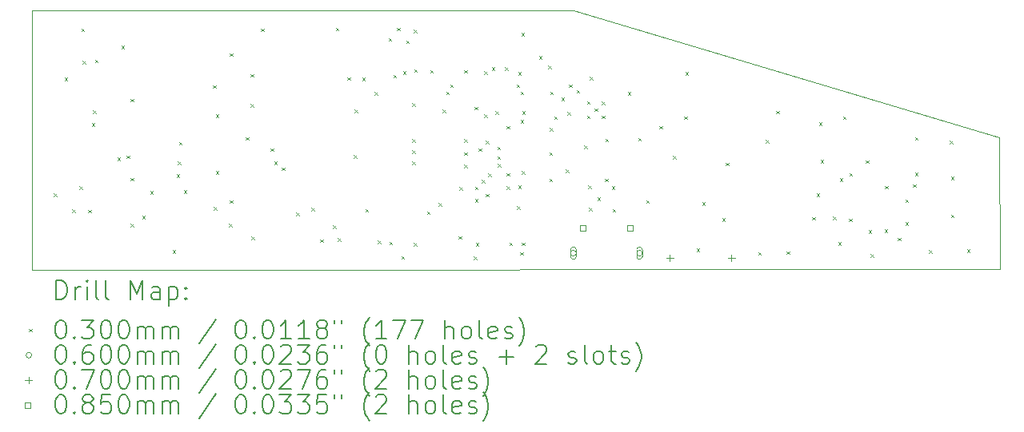
<source format=gbr>
%TF.GenerationSoftware,KiCad,Pcbnew,8.0.8*%
%TF.CreationDate,2025-08-03T03:17:36+05:30*%
%TF.ProjectId,main,6d61696e-2e6b-4696-9361-645f70636258,rev?*%
%TF.SameCoordinates,Original*%
%TF.FileFunction,Drillmap*%
%TF.FilePolarity,Positive*%
%FSLAX45Y45*%
G04 Gerber Fmt 4.5, Leading zero omitted, Abs format (unit mm)*
G04 Created by KiCad (PCBNEW 8.0.8) date 2025-08-03 03:17:36*
%MOMM*%
%LPD*%
G01*
G04 APERTURE LIST*
%ADD10C,0.050000*%
%ADD11C,0.200000*%
%ADD12C,0.100000*%
G04 APERTURE END LIST*
D10*
X15641250Y-5380000D02*
X21372500Y-5380000D01*
X15640000Y-8130000D02*
X15641250Y-5380000D01*
X25881250Y-8120000D02*
X15640000Y-8130000D01*
X25880000Y-6726000D02*
X25881250Y-8120000D01*
X25880000Y-6726000D02*
X21372500Y-5380000D01*
D11*
D12*
X15870000Y-7322500D02*
X15900000Y-7352500D01*
X15900000Y-7322500D02*
X15870000Y-7352500D01*
X15985000Y-6095000D02*
X16015000Y-6125000D01*
X16015000Y-6095000D02*
X15985000Y-6125000D01*
X16064478Y-7493139D02*
X16094478Y-7523139D01*
X16094478Y-7493139D02*
X16064478Y-7523139D01*
X16140000Y-7247500D02*
X16170000Y-7277500D01*
X16170000Y-7247500D02*
X16140000Y-7277500D01*
X16165000Y-5575000D02*
X16195000Y-5605000D01*
X16195000Y-5575000D02*
X16165000Y-5605000D01*
X16175000Y-5917500D02*
X16205000Y-5947500D01*
X16205000Y-5917500D02*
X16175000Y-5947500D01*
X16233661Y-7493661D02*
X16263661Y-7523661D01*
X16263661Y-7493661D02*
X16233661Y-7523661D01*
X16275000Y-6575000D02*
X16305000Y-6605000D01*
X16305000Y-6575000D02*
X16275000Y-6605000D01*
X16287500Y-6442500D02*
X16317500Y-6472500D01*
X16317500Y-6442500D02*
X16287500Y-6472500D01*
X16307426Y-5902573D02*
X16337426Y-5932573D01*
X16337426Y-5902573D02*
X16307426Y-5932573D01*
X16545000Y-6942500D02*
X16575000Y-6972500D01*
X16575000Y-6942500D02*
X16545000Y-6972500D01*
X16587500Y-5755000D02*
X16617500Y-5785000D01*
X16617500Y-5755000D02*
X16587500Y-5785000D01*
X16642500Y-6920000D02*
X16672500Y-6950000D01*
X16672500Y-6920000D02*
X16642500Y-6950000D01*
X16685000Y-6320000D02*
X16715000Y-6350000D01*
X16715000Y-6320000D02*
X16685000Y-6350000D01*
X16685000Y-7155000D02*
X16715000Y-7185000D01*
X16715000Y-7155000D02*
X16685000Y-7185000D01*
X16685000Y-7645000D02*
X16715000Y-7675000D01*
X16715000Y-7645000D02*
X16685000Y-7675000D01*
X16805000Y-7557500D02*
X16835000Y-7587500D01*
X16835000Y-7557500D02*
X16805000Y-7587500D01*
X16890000Y-7297500D02*
X16920000Y-7327500D01*
X16920000Y-7297500D02*
X16890000Y-7327500D01*
X17130000Y-7922500D02*
X17160000Y-7952500D01*
X17160000Y-7922500D02*
X17130000Y-7952500D01*
X17170000Y-7120000D02*
X17200000Y-7150000D01*
X17200000Y-7120000D02*
X17170000Y-7150000D01*
X17185000Y-6985000D02*
X17215000Y-7015000D01*
X17215000Y-6985000D02*
X17185000Y-7015000D01*
X17195000Y-6775000D02*
X17225000Y-6805000D01*
X17225000Y-6775000D02*
X17195000Y-6805000D01*
X17245000Y-7287700D02*
X17275000Y-7317700D01*
X17275000Y-7287700D02*
X17245000Y-7317700D01*
X17555000Y-6175000D02*
X17585000Y-6205000D01*
X17585000Y-6175000D02*
X17555000Y-6205000D01*
X17565000Y-7465000D02*
X17595000Y-7495000D01*
X17595000Y-7465000D02*
X17565000Y-7495000D01*
X17585000Y-6485000D02*
X17615000Y-6515000D01*
X17615000Y-6485000D02*
X17585000Y-6515000D01*
X17585000Y-7085000D02*
X17615000Y-7115000D01*
X17615000Y-7085000D02*
X17585000Y-7115000D01*
X17725000Y-7645000D02*
X17755000Y-7675000D01*
X17755000Y-7645000D02*
X17725000Y-7675000D01*
X17735000Y-5835000D02*
X17765000Y-5865000D01*
X17765000Y-5835000D02*
X17735000Y-5865000D01*
X17735000Y-7395000D02*
X17765000Y-7425000D01*
X17765000Y-7395000D02*
X17735000Y-7425000D01*
X17905000Y-6725000D02*
X17935000Y-6755000D01*
X17935000Y-6725000D02*
X17905000Y-6755000D01*
X17955000Y-6055000D02*
X17985000Y-6085000D01*
X17985000Y-6055000D02*
X17955000Y-6085000D01*
X17955000Y-6375000D02*
X17985000Y-6405000D01*
X17985000Y-6375000D02*
X17955000Y-6405000D01*
X17962500Y-7777500D02*
X17992500Y-7807500D01*
X17992500Y-7777500D02*
X17962500Y-7807500D01*
X18065000Y-5575000D02*
X18095000Y-5605000D01*
X18095000Y-5575000D02*
X18065000Y-5605000D01*
X18165000Y-6845000D02*
X18195000Y-6875000D01*
X18195000Y-6845000D02*
X18165000Y-6875000D01*
X18205000Y-6985000D02*
X18235000Y-7015000D01*
X18235000Y-6985000D02*
X18205000Y-7015000D01*
X18285000Y-7045000D02*
X18315000Y-7075000D01*
X18315000Y-7045000D02*
X18285000Y-7075000D01*
X18437000Y-7524000D02*
X18467000Y-7554000D01*
X18467000Y-7524000D02*
X18437000Y-7554000D01*
X18595000Y-7475000D02*
X18625000Y-7505000D01*
X18625000Y-7475000D02*
X18595000Y-7505000D01*
X18690000Y-7807500D02*
X18720000Y-7837500D01*
X18720000Y-7807500D02*
X18690000Y-7837500D01*
X18825000Y-7662440D02*
X18855000Y-7692440D01*
X18855000Y-7662440D02*
X18825000Y-7692440D01*
X18855000Y-5565000D02*
X18885000Y-5595000D01*
X18885000Y-5565000D02*
X18855000Y-5595000D01*
X18875000Y-7795000D02*
X18905000Y-7825000D01*
X18905000Y-7795000D02*
X18875000Y-7825000D01*
X18980000Y-6090000D02*
X19010000Y-6120000D01*
X19010000Y-6090000D02*
X18980000Y-6120000D01*
X19045000Y-6915000D02*
X19075000Y-6945000D01*
X19075000Y-6915000D02*
X19045000Y-6945000D01*
X19055000Y-6435000D02*
X19085000Y-6465000D01*
X19085000Y-6435000D02*
X19055000Y-6465000D01*
X19135000Y-6095000D02*
X19165000Y-6125000D01*
X19165000Y-6095000D02*
X19135000Y-6125000D01*
X19170000Y-7485000D02*
X19200000Y-7515000D01*
X19200000Y-7485000D02*
X19170000Y-7515000D01*
X19265000Y-6247700D02*
X19295000Y-6277700D01*
X19295000Y-6247700D02*
X19265000Y-6277700D01*
X19300000Y-7820000D02*
X19330000Y-7850000D01*
X19330000Y-7820000D02*
X19300000Y-7850000D01*
X19415000Y-5675000D02*
X19445000Y-5705000D01*
X19445000Y-5675000D02*
X19415000Y-5705000D01*
X19423500Y-7835000D02*
X19453500Y-7865000D01*
X19453500Y-7835000D02*
X19423500Y-7865000D01*
X19465000Y-6065000D02*
X19495000Y-6095000D01*
X19495000Y-6065000D02*
X19465000Y-6095000D01*
X19505000Y-5565000D02*
X19535000Y-5595000D01*
X19535000Y-5565000D02*
X19505000Y-5595000D01*
X19551679Y-7987700D02*
X19581679Y-8017700D01*
X19581679Y-7987700D02*
X19551679Y-8017700D01*
X19565000Y-6025000D02*
X19595000Y-6055000D01*
X19595000Y-6025000D02*
X19565000Y-6055000D01*
X19600000Y-5700000D02*
X19630000Y-5730000D01*
X19630000Y-5700000D02*
X19600000Y-5730000D01*
X19665000Y-6365000D02*
X19695000Y-6395000D01*
X19695000Y-6365000D02*
X19665000Y-6395000D01*
X19665000Y-6745000D02*
X19695000Y-6775000D01*
X19695000Y-6745000D02*
X19665000Y-6775000D01*
X19665000Y-6865000D02*
X19695000Y-6895000D01*
X19695000Y-6865000D02*
X19665000Y-6895000D01*
X19665000Y-6985000D02*
X19695000Y-7015000D01*
X19695000Y-6985000D02*
X19665000Y-7015000D01*
X19680000Y-5585000D02*
X19710000Y-5615000D01*
X19710000Y-5585000D02*
X19680000Y-5615000D01*
X19682700Y-7846300D02*
X19712700Y-7876300D01*
X19712700Y-7846300D02*
X19682700Y-7876300D01*
X19685000Y-6005000D02*
X19715000Y-6035000D01*
X19715000Y-6005000D02*
X19685000Y-6035000D01*
X19822014Y-7510686D02*
X19852014Y-7540686D01*
X19852014Y-7510686D02*
X19822014Y-7540686D01*
X19855000Y-6015000D02*
X19885000Y-6045000D01*
X19885000Y-6015000D02*
X19855000Y-6045000D01*
X19942380Y-7425000D02*
X19972380Y-7455000D01*
X19972380Y-7425000D02*
X19942380Y-7455000D01*
X19985000Y-6435000D02*
X20015000Y-6465000D01*
X20015000Y-6435000D02*
X19985000Y-6465000D01*
X20025000Y-6242300D02*
X20055000Y-6272300D01*
X20055000Y-6242300D02*
X20025000Y-6272300D01*
X20065000Y-6167700D02*
X20095000Y-6197700D01*
X20095000Y-6167700D02*
X20065000Y-6197700D01*
X20155000Y-7775000D02*
X20185000Y-7805000D01*
X20185000Y-7775000D02*
X20155000Y-7805000D01*
X20165000Y-7255264D02*
X20195000Y-7285264D01*
X20195000Y-7255264D02*
X20165000Y-7285264D01*
X20215000Y-6015000D02*
X20245000Y-6045000D01*
X20245000Y-6015000D02*
X20215000Y-6045000D01*
X20215000Y-6745000D02*
X20245000Y-6775000D01*
X20245000Y-6745000D02*
X20215000Y-6775000D01*
X20215000Y-6885000D02*
X20245000Y-6915000D01*
X20245000Y-6885000D02*
X20215000Y-6915000D01*
X20215000Y-7015000D02*
X20245000Y-7045000D01*
X20245000Y-7015000D02*
X20215000Y-7045000D01*
X20317500Y-7990000D02*
X20347500Y-8020000D01*
X20347500Y-7990000D02*
X20317500Y-8020000D01*
X20325000Y-6405000D02*
X20355000Y-6435000D01*
X20355000Y-6405000D02*
X20325000Y-6435000D01*
X20329336Y-7249336D02*
X20359336Y-7279336D01*
X20359336Y-7249336D02*
X20329336Y-7279336D01*
X20329336Y-7380664D02*
X20359336Y-7410664D01*
X20359336Y-7380664D02*
X20329336Y-7410664D01*
X20337500Y-7845000D02*
X20367500Y-7875000D01*
X20367500Y-7845000D02*
X20337500Y-7875000D01*
X20365000Y-6845000D02*
X20395000Y-6875000D01*
X20395000Y-6845000D02*
X20365000Y-6875000D01*
X20399336Y-7179336D02*
X20429336Y-7209336D01*
X20429336Y-7179336D02*
X20399336Y-7209336D01*
X20425000Y-6025000D02*
X20455000Y-6055000D01*
X20455000Y-6025000D02*
X20425000Y-6055000D01*
X20425000Y-6485000D02*
X20455000Y-6515000D01*
X20455000Y-6485000D02*
X20425000Y-6515000D01*
X20445000Y-6765000D02*
X20475000Y-6795000D01*
X20475000Y-6765000D02*
X20445000Y-6795000D01*
X20445000Y-7325000D02*
X20475000Y-7355000D01*
X20475000Y-7325000D02*
X20445000Y-7355000D01*
X20469336Y-7109336D02*
X20499336Y-7139336D01*
X20499336Y-7109336D02*
X20469336Y-7139336D01*
X20505000Y-5985000D02*
X20535000Y-6015000D01*
X20535000Y-5985000D02*
X20505000Y-6015000D01*
X20545000Y-6447700D02*
X20575000Y-6477700D01*
X20575000Y-6447700D02*
X20545000Y-6477700D01*
X20565000Y-6825000D02*
X20595000Y-6855000D01*
X20595000Y-6825000D02*
X20565000Y-6855000D01*
X20567400Y-6927400D02*
X20597400Y-6957400D01*
X20597400Y-6927400D02*
X20567400Y-6957400D01*
X20568118Y-7010553D02*
X20598118Y-7040553D01*
X20598118Y-7010553D02*
X20568118Y-7040553D01*
X20647976Y-5983897D02*
X20677976Y-6013897D01*
X20677976Y-5983897D02*
X20647976Y-6013897D01*
X20662300Y-7105000D02*
X20692300Y-7135000D01*
X20692300Y-7105000D02*
X20662300Y-7135000D01*
X20662300Y-7247336D02*
X20692300Y-7277336D01*
X20692300Y-7247336D02*
X20662300Y-7277336D01*
X20665000Y-6605000D02*
X20695000Y-6635000D01*
X20695000Y-6605000D02*
X20665000Y-6635000D01*
X20692500Y-7842500D02*
X20722500Y-7872500D01*
X20722500Y-7842500D02*
X20692500Y-7872500D01*
X20767600Y-6167700D02*
X20797600Y-6197700D01*
X20797600Y-6167700D02*
X20767600Y-6197700D01*
X20775000Y-7455000D02*
X20805000Y-7485000D01*
X20805000Y-7455000D02*
X20775000Y-7485000D01*
X20785000Y-6035000D02*
X20815000Y-6065000D01*
X20815000Y-6035000D02*
X20785000Y-6065000D01*
X20787700Y-7238400D02*
X20817700Y-7268400D01*
X20817700Y-7238400D02*
X20787700Y-7268400D01*
X20805000Y-7945000D02*
X20835000Y-7975000D01*
X20835000Y-7945000D02*
X20805000Y-7975000D01*
X20810400Y-6242300D02*
X20840400Y-6272300D01*
X20840400Y-6242300D02*
X20810400Y-6272300D01*
X20810400Y-6545000D02*
X20840400Y-6575000D01*
X20840400Y-6545000D02*
X20810400Y-6575000D01*
X20820500Y-5620000D02*
X20850500Y-5650000D01*
X20850500Y-5620000D02*
X20820500Y-5650000D01*
X20822500Y-7842500D02*
X20852500Y-7872500D01*
X20852500Y-7842500D02*
X20822500Y-7872500D01*
X20825000Y-7085000D02*
X20855000Y-7115000D01*
X20855000Y-7085000D02*
X20825000Y-7115000D01*
X20827700Y-6447700D02*
X20857700Y-6477700D01*
X20857700Y-6447700D02*
X20827700Y-6477700D01*
X21005000Y-5865000D02*
X21035000Y-5895000D01*
X21035000Y-5865000D02*
X21005000Y-5895000D01*
X21105000Y-5965000D02*
X21135000Y-5995000D01*
X21135000Y-5965000D02*
X21105000Y-5995000D01*
X21115000Y-6885000D02*
X21145000Y-6915000D01*
X21145000Y-6885000D02*
X21115000Y-6915000D01*
X21115000Y-7165000D02*
X21145000Y-7195000D01*
X21145000Y-7165000D02*
X21115000Y-7195000D01*
X21120664Y-6629336D02*
X21150664Y-6659336D01*
X21150664Y-6629336D02*
X21120664Y-6659336D01*
X21125000Y-6242300D02*
X21155000Y-6272300D01*
X21155000Y-6242300D02*
X21125000Y-6272300D01*
X21165000Y-6505000D02*
X21195000Y-6535000D01*
X21195000Y-6505000D02*
X21165000Y-6535000D01*
X21245000Y-6305000D02*
X21275000Y-6335000D01*
X21275000Y-6305000D02*
X21245000Y-6335000D01*
X21290000Y-7067500D02*
X21320000Y-7097500D01*
X21320000Y-7067500D02*
X21290000Y-7097500D01*
X21305000Y-6458950D02*
X21335000Y-6488950D01*
X21335000Y-6458950D02*
X21305000Y-6488950D01*
X21325000Y-6165000D02*
X21355000Y-6195000D01*
X21355000Y-6165000D02*
X21325000Y-6195000D01*
X21405000Y-6225000D02*
X21435000Y-6255000D01*
X21435000Y-6225000D02*
X21405000Y-6255000D01*
X21485000Y-6815000D02*
X21515000Y-6845000D01*
X21515000Y-6815000D02*
X21485000Y-6845000D01*
X21512500Y-6497500D02*
X21542500Y-6527500D01*
X21542500Y-6497500D02*
X21512500Y-6527500D01*
X21515000Y-6345000D02*
X21545000Y-6375000D01*
X21545000Y-6345000D02*
X21515000Y-6375000D01*
X21525000Y-7235000D02*
X21555000Y-7265000D01*
X21555000Y-7235000D02*
X21525000Y-7265000D01*
X21535000Y-7475000D02*
X21565000Y-7505000D01*
X21565000Y-7475000D02*
X21535000Y-7505000D01*
X21545000Y-6085000D02*
X21575000Y-6115000D01*
X21575000Y-6085000D02*
X21545000Y-6115000D01*
X21595000Y-6421250D02*
X21625000Y-6451250D01*
X21625000Y-6421250D02*
X21595000Y-6451250D01*
X21625000Y-7365000D02*
X21655000Y-7395000D01*
X21655000Y-7365000D02*
X21625000Y-7395000D01*
X21670000Y-6350000D02*
X21700000Y-6380000D01*
X21700000Y-6350000D02*
X21670000Y-6380000D01*
X21672500Y-6497500D02*
X21702500Y-6527500D01*
X21702500Y-6497500D02*
X21672500Y-6527500D01*
X21705000Y-7165000D02*
X21735000Y-7195000D01*
X21735000Y-7165000D02*
X21705000Y-7195000D01*
X21707500Y-6742500D02*
X21737500Y-6772500D01*
X21737500Y-6742500D02*
X21707500Y-6772500D01*
X21777700Y-7244332D02*
X21807700Y-7274332D01*
X21807700Y-7244332D02*
X21777700Y-7274332D01*
X21785000Y-7485000D02*
X21815000Y-7515000D01*
X21815000Y-7485000D02*
X21785000Y-7515000D01*
X21945000Y-6245000D02*
X21975000Y-6275000D01*
X21975000Y-6245000D02*
X21945000Y-6275000D01*
X22055000Y-6735000D02*
X22085000Y-6765000D01*
X22085000Y-6735000D02*
X22055000Y-6765000D01*
X22140000Y-7393100D02*
X22170000Y-7423100D01*
X22170000Y-7393100D02*
X22140000Y-7423100D01*
X22282500Y-6607500D02*
X22312500Y-6637500D01*
X22312500Y-6607500D02*
X22282500Y-6637500D01*
X22425000Y-6925000D02*
X22455000Y-6955000D01*
X22455000Y-6925000D02*
X22425000Y-6955000D01*
X22545000Y-6505000D02*
X22575000Y-6535000D01*
X22575000Y-6505000D02*
X22545000Y-6535000D01*
X22555000Y-6035000D02*
X22585000Y-6065000D01*
X22585000Y-6035000D02*
X22555000Y-6065000D01*
X22675000Y-7905000D02*
X22705000Y-7935000D01*
X22705000Y-7905000D02*
X22675000Y-7935000D01*
X22735000Y-7415000D02*
X22765000Y-7445000D01*
X22765000Y-7415000D02*
X22735000Y-7445000D01*
X22945000Y-7585000D02*
X22975000Y-7615000D01*
X22975000Y-7585000D02*
X22945000Y-7615000D01*
X22985000Y-6995000D02*
X23015000Y-7025000D01*
X23015000Y-6995000D02*
X22985000Y-7025000D01*
X23325000Y-7945000D02*
X23355000Y-7975000D01*
X23355000Y-7945000D02*
X23325000Y-7975000D01*
X23405000Y-6755000D02*
X23435000Y-6785000D01*
X23435000Y-6755000D02*
X23405000Y-6785000D01*
X23515000Y-6445000D02*
X23545000Y-6475000D01*
X23545000Y-6445000D02*
X23515000Y-6475000D01*
X23625000Y-7935000D02*
X23655000Y-7965000D01*
X23655000Y-7935000D02*
X23625000Y-7965000D01*
X23897500Y-7572000D02*
X23927500Y-7602000D01*
X23927500Y-7572000D02*
X23897500Y-7602000D01*
X23945000Y-7322300D02*
X23975000Y-7352300D01*
X23975000Y-7322300D02*
X23945000Y-7352300D01*
X23970000Y-6570000D02*
X24000000Y-6600000D01*
X24000000Y-6570000D02*
X23970000Y-6600000D01*
X23985000Y-6965000D02*
X24015000Y-6995000D01*
X24015000Y-6965000D02*
X23985000Y-6995000D01*
X24117245Y-7568000D02*
X24147245Y-7598000D01*
X24147245Y-7568000D02*
X24117245Y-7598000D01*
X24172500Y-7840000D02*
X24202500Y-7870000D01*
X24202500Y-7840000D02*
X24172500Y-7870000D01*
X24189853Y-7162300D02*
X24219853Y-7192300D01*
X24219853Y-7162300D02*
X24189853Y-7192300D01*
X24225000Y-6505000D02*
X24255000Y-6535000D01*
X24255000Y-6505000D02*
X24225000Y-6535000D01*
X24285000Y-7590000D02*
X24315000Y-7620000D01*
X24315000Y-7590000D02*
X24285000Y-7620000D01*
X24292212Y-7103935D02*
X24322212Y-7133935D01*
X24322212Y-7103935D02*
X24292212Y-7133935D01*
X24465000Y-6970000D02*
X24495000Y-7000000D01*
X24495000Y-6970000D02*
X24465000Y-7000000D01*
X24495000Y-7710000D02*
X24525000Y-7740000D01*
X24525000Y-7710000D02*
X24495000Y-7740000D01*
X24515000Y-7965000D02*
X24545000Y-7995000D01*
X24545000Y-7965000D02*
X24515000Y-7995000D01*
X24665000Y-7705000D02*
X24695000Y-7735000D01*
X24695000Y-7705000D02*
X24665000Y-7735000D01*
X24670000Y-7240000D02*
X24700000Y-7270000D01*
X24700000Y-7240000D02*
X24670000Y-7270000D01*
X24802500Y-7790000D02*
X24832500Y-7820000D01*
X24832500Y-7790000D02*
X24802500Y-7820000D01*
X24885000Y-7385000D02*
X24915000Y-7415000D01*
X24915000Y-7385000D02*
X24885000Y-7415000D01*
X24885000Y-7625000D02*
X24915000Y-7655000D01*
X24915000Y-7625000D02*
X24885000Y-7655000D01*
X24965000Y-7225000D02*
X24995000Y-7255000D01*
X24995000Y-7225000D02*
X24965000Y-7255000D01*
X24985000Y-6725000D02*
X25015000Y-6755000D01*
X25015000Y-6725000D02*
X24985000Y-6755000D01*
X24985000Y-7100000D02*
X25015000Y-7130000D01*
X25015000Y-7100000D02*
X24985000Y-7130000D01*
X25135000Y-7925000D02*
X25165000Y-7955000D01*
X25165000Y-7925000D02*
X25135000Y-7955000D01*
X25355000Y-6765000D02*
X25385000Y-6795000D01*
X25385000Y-6765000D02*
X25355000Y-6795000D01*
X25365000Y-7145000D02*
X25395000Y-7175000D01*
X25395000Y-7145000D02*
X25365000Y-7175000D01*
X25365000Y-7545000D02*
X25395000Y-7575000D01*
X25395000Y-7545000D02*
X25365000Y-7575000D01*
X25535000Y-7915000D02*
X25565000Y-7945000D01*
X25565000Y-7915000D02*
X25535000Y-7945000D01*
X21400000Y-7955000D02*
G75*
G02*
X21340000Y-7955000I-30000J0D01*
G01*
X21340000Y-7955000D02*
G75*
G02*
X21400000Y-7955000I30000J0D01*
G01*
X21400000Y-7990000D02*
X21400000Y-7920000D01*
X21340000Y-7920000D02*
G75*
G02*
X21400000Y-7920000I30000J0D01*
G01*
X21340000Y-7920000D02*
X21340000Y-7990000D01*
X21340000Y-7990000D02*
G75*
G03*
X21400000Y-7990000I30000J0D01*
G01*
X22100000Y-7955000D02*
G75*
G02*
X22040000Y-7955000I-30000J0D01*
G01*
X22040000Y-7955000D02*
G75*
G02*
X22100000Y-7955000I30000J0D01*
G01*
X22040000Y-7920000D02*
X22040000Y-7990000D01*
X22100000Y-7990000D02*
G75*
G02*
X22040000Y-7990000I-30000J0D01*
G01*
X22100000Y-7990000D02*
X22100000Y-7920000D01*
X22100000Y-7920000D02*
G75*
G03*
X22040000Y-7920000I-30000J0D01*
G01*
X22391750Y-7970250D02*
X22391750Y-8040250D01*
X22356750Y-8005250D02*
X22426750Y-8005250D01*
X23043750Y-7971250D02*
X23043750Y-8041250D01*
X23008750Y-8006250D02*
X23078750Y-8006250D01*
X21500052Y-7715052D02*
X21500052Y-7654948D01*
X21439948Y-7654948D01*
X21439948Y-7715052D01*
X21500052Y-7715052D01*
X22000052Y-7715052D02*
X22000052Y-7654948D01*
X21939948Y-7654948D01*
X21939948Y-7715052D01*
X22000052Y-7715052D01*
D11*
X15898277Y-8443984D02*
X15898277Y-8243984D01*
X15898277Y-8243984D02*
X15945896Y-8243984D01*
X15945896Y-8243984D02*
X15974467Y-8253508D01*
X15974467Y-8253508D02*
X15993515Y-8272555D01*
X15993515Y-8272555D02*
X16003039Y-8291603D01*
X16003039Y-8291603D02*
X16012562Y-8329698D01*
X16012562Y-8329698D02*
X16012562Y-8358269D01*
X16012562Y-8358269D02*
X16003039Y-8396365D01*
X16003039Y-8396365D02*
X15993515Y-8415412D01*
X15993515Y-8415412D02*
X15974467Y-8434460D01*
X15974467Y-8434460D02*
X15945896Y-8443984D01*
X15945896Y-8443984D02*
X15898277Y-8443984D01*
X16098277Y-8443984D02*
X16098277Y-8310650D01*
X16098277Y-8348746D02*
X16107801Y-8329698D01*
X16107801Y-8329698D02*
X16117324Y-8320174D01*
X16117324Y-8320174D02*
X16136372Y-8310650D01*
X16136372Y-8310650D02*
X16155420Y-8310650D01*
X16222086Y-8443984D02*
X16222086Y-8310650D01*
X16222086Y-8243984D02*
X16212562Y-8253508D01*
X16212562Y-8253508D02*
X16222086Y-8263031D01*
X16222086Y-8263031D02*
X16231610Y-8253508D01*
X16231610Y-8253508D02*
X16222086Y-8243984D01*
X16222086Y-8243984D02*
X16222086Y-8263031D01*
X16345896Y-8443984D02*
X16326848Y-8434460D01*
X16326848Y-8434460D02*
X16317324Y-8415412D01*
X16317324Y-8415412D02*
X16317324Y-8243984D01*
X16450658Y-8443984D02*
X16431610Y-8434460D01*
X16431610Y-8434460D02*
X16422086Y-8415412D01*
X16422086Y-8415412D02*
X16422086Y-8243984D01*
X16679229Y-8443984D02*
X16679229Y-8243984D01*
X16679229Y-8243984D02*
X16745896Y-8386841D01*
X16745896Y-8386841D02*
X16812563Y-8243984D01*
X16812563Y-8243984D02*
X16812563Y-8443984D01*
X16993515Y-8443984D02*
X16993515Y-8339222D01*
X16993515Y-8339222D02*
X16983991Y-8320174D01*
X16983991Y-8320174D02*
X16964944Y-8310650D01*
X16964944Y-8310650D02*
X16926848Y-8310650D01*
X16926848Y-8310650D02*
X16907801Y-8320174D01*
X16993515Y-8434460D02*
X16974467Y-8443984D01*
X16974467Y-8443984D02*
X16926848Y-8443984D01*
X16926848Y-8443984D02*
X16907801Y-8434460D01*
X16907801Y-8434460D02*
X16898277Y-8415412D01*
X16898277Y-8415412D02*
X16898277Y-8396365D01*
X16898277Y-8396365D02*
X16907801Y-8377317D01*
X16907801Y-8377317D02*
X16926848Y-8367793D01*
X16926848Y-8367793D02*
X16974467Y-8367793D01*
X16974467Y-8367793D02*
X16993515Y-8358269D01*
X17088753Y-8310650D02*
X17088753Y-8510650D01*
X17088753Y-8320174D02*
X17107801Y-8310650D01*
X17107801Y-8310650D02*
X17145896Y-8310650D01*
X17145896Y-8310650D02*
X17164944Y-8320174D01*
X17164944Y-8320174D02*
X17174467Y-8329698D01*
X17174467Y-8329698D02*
X17183991Y-8348746D01*
X17183991Y-8348746D02*
X17183991Y-8405889D01*
X17183991Y-8405889D02*
X17174467Y-8424936D01*
X17174467Y-8424936D02*
X17164944Y-8434460D01*
X17164944Y-8434460D02*
X17145896Y-8443984D01*
X17145896Y-8443984D02*
X17107801Y-8443984D01*
X17107801Y-8443984D02*
X17088753Y-8434460D01*
X17269705Y-8424936D02*
X17279229Y-8434460D01*
X17279229Y-8434460D02*
X17269705Y-8443984D01*
X17269705Y-8443984D02*
X17260182Y-8434460D01*
X17260182Y-8434460D02*
X17269705Y-8424936D01*
X17269705Y-8424936D02*
X17269705Y-8443984D01*
X17269705Y-8320174D02*
X17279229Y-8329698D01*
X17279229Y-8329698D02*
X17269705Y-8339222D01*
X17269705Y-8339222D02*
X17260182Y-8329698D01*
X17260182Y-8329698D02*
X17269705Y-8320174D01*
X17269705Y-8320174D02*
X17269705Y-8339222D01*
D12*
X15607500Y-8757500D02*
X15637500Y-8787500D01*
X15637500Y-8757500D02*
X15607500Y-8787500D01*
D11*
X15936372Y-8663984D02*
X15955420Y-8663984D01*
X15955420Y-8663984D02*
X15974467Y-8673508D01*
X15974467Y-8673508D02*
X15983991Y-8683031D01*
X15983991Y-8683031D02*
X15993515Y-8702079D01*
X15993515Y-8702079D02*
X16003039Y-8740174D01*
X16003039Y-8740174D02*
X16003039Y-8787793D01*
X16003039Y-8787793D02*
X15993515Y-8825889D01*
X15993515Y-8825889D02*
X15983991Y-8844936D01*
X15983991Y-8844936D02*
X15974467Y-8854460D01*
X15974467Y-8854460D02*
X15955420Y-8863984D01*
X15955420Y-8863984D02*
X15936372Y-8863984D01*
X15936372Y-8863984D02*
X15917324Y-8854460D01*
X15917324Y-8854460D02*
X15907801Y-8844936D01*
X15907801Y-8844936D02*
X15898277Y-8825889D01*
X15898277Y-8825889D02*
X15888753Y-8787793D01*
X15888753Y-8787793D02*
X15888753Y-8740174D01*
X15888753Y-8740174D02*
X15898277Y-8702079D01*
X15898277Y-8702079D02*
X15907801Y-8683031D01*
X15907801Y-8683031D02*
X15917324Y-8673508D01*
X15917324Y-8673508D02*
X15936372Y-8663984D01*
X16088753Y-8844936D02*
X16098277Y-8854460D01*
X16098277Y-8854460D02*
X16088753Y-8863984D01*
X16088753Y-8863984D02*
X16079229Y-8854460D01*
X16079229Y-8854460D02*
X16088753Y-8844936D01*
X16088753Y-8844936D02*
X16088753Y-8863984D01*
X16164943Y-8663984D02*
X16288753Y-8663984D01*
X16288753Y-8663984D02*
X16222086Y-8740174D01*
X16222086Y-8740174D02*
X16250658Y-8740174D01*
X16250658Y-8740174D02*
X16269705Y-8749698D01*
X16269705Y-8749698D02*
X16279229Y-8759222D01*
X16279229Y-8759222D02*
X16288753Y-8778270D01*
X16288753Y-8778270D02*
X16288753Y-8825889D01*
X16288753Y-8825889D02*
X16279229Y-8844936D01*
X16279229Y-8844936D02*
X16269705Y-8854460D01*
X16269705Y-8854460D02*
X16250658Y-8863984D01*
X16250658Y-8863984D02*
X16193515Y-8863984D01*
X16193515Y-8863984D02*
X16174467Y-8854460D01*
X16174467Y-8854460D02*
X16164943Y-8844936D01*
X16412562Y-8663984D02*
X16431610Y-8663984D01*
X16431610Y-8663984D02*
X16450658Y-8673508D01*
X16450658Y-8673508D02*
X16460182Y-8683031D01*
X16460182Y-8683031D02*
X16469705Y-8702079D01*
X16469705Y-8702079D02*
X16479229Y-8740174D01*
X16479229Y-8740174D02*
X16479229Y-8787793D01*
X16479229Y-8787793D02*
X16469705Y-8825889D01*
X16469705Y-8825889D02*
X16460182Y-8844936D01*
X16460182Y-8844936D02*
X16450658Y-8854460D01*
X16450658Y-8854460D02*
X16431610Y-8863984D01*
X16431610Y-8863984D02*
X16412562Y-8863984D01*
X16412562Y-8863984D02*
X16393515Y-8854460D01*
X16393515Y-8854460D02*
X16383991Y-8844936D01*
X16383991Y-8844936D02*
X16374467Y-8825889D01*
X16374467Y-8825889D02*
X16364943Y-8787793D01*
X16364943Y-8787793D02*
X16364943Y-8740174D01*
X16364943Y-8740174D02*
X16374467Y-8702079D01*
X16374467Y-8702079D02*
X16383991Y-8683031D01*
X16383991Y-8683031D02*
X16393515Y-8673508D01*
X16393515Y-8673508D02*
X16412562Y-8663984D01*
X16603039Y-8663984D02*
X16622086Y-8663984D01*
X16622086Y-8663984D02*
X16641134Y-8673508D01*
X16641134Y-8673508D02*
X16650658Y-8683031D01*
X16650658Y-8683031D02*
X16660182Y-8702079D01*
X16660182Y-8702079D02*
X16669705Y-8740174D01*
X16669705Y-8740174D02*
X16669705Y-8787793D01*
X16669705Y-8787793D02*
X16660182Y-8825889D01*
X16660182Y-8825889D02*
X16650658Y-8844936D01*
X16650658Y-8844936D02*
X16641134Y-8854460D01*
X16641134Y-8854460D02*
X16622086Y-8863984D01*
X16622086Y-8863984D02*
X16603039Y-8863984D01*
X16603039Y-8863984D02*
X16583991Y-8854460D01*
X16583991Y-8854460D02*
X16574467Y-8844936D01*
X16574467Y-8844936D02*
X16564943Y-8825889D01*
X16564943Y-8825889D02*
X16555420Y-8787793D01*
X16555420Y-8787793D02*
X16555420Y-8740174D01*
X16555420Y-8740174D02*
X16564943Y-8702079D01*
X16564943Y-8702079D02*
X16574467Y-8683031D01*
X16574467Y-8683031D02*
X16583991Y-8673508D01*
X16583991Y-8673508D02*
X16603039Y-8663984D01*
X16755420Y-8863984D02*
X16755420Y-8730650D01*
X16755420Y-8749698D02*
X16764943Y-8740174D01*
X16764943Y-8740174D02*
X16783991Y-8730650D01*
X16783991Y-8730650D02*
X16812563Y-8730650D01*
X16812563Y-8730650D02*
X16831610Y-8740174D01*
X16831610Y-8740174D02*
X16841134Y-8759222D01*
X16841134Y-8759222D02*
X16841134Y-8863984D01*
X16841134Y-8759222D02*
X16850658Y-8740174D01*
X16850658Y-8740174D02*
X16869705Y-8730650D01*
X16869705Y-8730650D02*
X16898277Y-8730650D01*
X16898277Y-8730650D02*
X16917325Y-8740174D01*
X16917325Y-8740174D02*
X16926848Y-8759222D01*
X16926848Y-8759222D02*
X16926848Y-8863984D01*
X17022086Y-8863984D02*
X17022086Y-8730650D01*
X17022086Y-8749698D02*
X17031610Y-8740174D01*
X17031610Y-8740174D02*
X17050658Y-8730650D01*
X17050658Y-8730650D02*
X17079229Y-8730650D01*
X17079229Y-8730650D02*
X17098277Y-8740174D01*
X17098277Y-8740174D02*
X17107801Y-8759222D01*
X17107801Y-8759222D02*
X17107801Y-8863984D01*
X17107801Y-8759222D02*
X17117325Y-8740174D01*
X17117325Y-8740174D02*
X17136372Y-8730650D01*
X17136372Y-8730650D02*
X17164944Y-8730650D01*
X17164944Y-8730650D02*
X17183991Y-8740174D01*
X17183991Y-8740174D02*
X17193515Y-8759222D01*
X17193515Y-8759222D02*
X17193515Y-8863984D01*
X17583991Y-8654460D02*
X17412563Y-8911603D01*
X17841134Y-8663984D02*
X17860182Y-8663984D01*
X17860182Y-8663984D02*
X17879229Y-8673508D01*
X17879229Y-8673508D02*
X17888753Y-8683031D01*
X17888753Y-8683031D02*
X17898277Y-8702079D01*
X17898277Y-8702079D02*
X17907801Y-8740174D01*
X17907801Y-8740174D02*
X17907801Y-8787793D01*
X17907801Y-8787793D02*
X17898277Y-8825889D01*
X17898277Y-8825889D02*
X17888753Y-8844936D01*
X17888753Y-8844936D02*
X17879229Y-8854460D01*
X17879229Y-8854460D02*
X17860182Y-8863984D01*
X17860182Y-8863984D02*
X17841134Y-8863984D01*
X17841134Y-8863984D02*
X17822087Y-8854460D01*
X17822087Y-8854460D02*
X17812563Y-8844936D01*
X17812563Y-8844936D02*
X17803039Y-8825889D01*
X17803039Y-8825889D02*
X17793515Y-8787793D01*
X17793515Y-8787793D02*
X17793515Y-8740174D01*
X17793515Y-8740174D02*
X17803039Y-8702079D01*
X17803039Y-8702079D02*
X17812563Y-8683031D01*
X17812563Y-8683031D02*
X17822087Y-8673508D01*
X17822087Y-8673508D02*
X17841134Y-8663984D01*
X17993515Y-8844936D02*
X18003039Y-8854460D01*
X18003039Y-8854460D02*
X17993515Y-8863984D01*
X17993515Y-8863984D02*
X17983991Y-8854460D01*
X17983991Y-8854460D02*
X17993515Y-8844936D01*
X17993515Y-8844936D02*
X17993515Y-8863984D01*
X18126848Y-8663984D02*
X18145896Y-8663984D01*
X18145896Y-8663984D02*
X18164944Y-8673508D01*
X18164944Y-8673508D02*
X18174468Y-8683031D01*
X18174468Y-8683031D02*
X18183991Y-8702079D01*
X18183991Y-8702079D02*
X18193515Y-8740174D01*
X18193515Y-8740174D02*
X18193515Y-8787793D01*
X18193515Y-8787793D02*
X18183991Y-8825889D01*
X18183991Y-8825889D02*
X18174468Y-8844936D01*
X18174468Y-8844936D02*
X18164944Y-8854460D01*
X18164944Y-8854460D02*
X18145896Y-8863984D01*
X18145896Y-8863984D02*
X18126848Y-8863984D01*
X18126848Y-8863984D02*
X18107801Y-8854460D01*
X18107801Y-8854460D02*
X18098277Y-8844936D01*
X18098277Y-8844936D02*
X18088753Y-8825889D01*
X18088753Y-8825889D02*
X18079229Y-8787793D01*
X18079229Y-8787793D02*
X18079229Y-8740174D01*
X18079229Y-8740174D02*
X18088753Y-8702079D01*
X18088753Y-8702079D02*
X18098277Y-8683031D01*
X18098277Y-8683031D02*
X18107801Y-8673508D01*
X18107801Y-8673508D02*
X18126848Y-8663984D01*
X18383991Y-8863984D02*
X18269706Y-8863984D01*
X18326848Y-8863984D02*
X18326848Y-8663984D01*
X18326848Y-8663984D02*
X18307801Y-8692555D01*
X18307801Y-8692555D02*
X18288753Y-8711603D01*
X18288753Y-8711603D02*
X18269706Y-8721127D01*
X18574468Y-8863984D02*
X18460182Y-8863984D01*
X18517325Y-8863984D02*
X18517325Y-8663984D01*
X18517325Y-8663984D02*
X18498277Y-8692555D01*
X18498277Y-8692555D02*
X18479229Y-8711603D01*
X18479229Y-8711603D02*
X18460182Y-8721127D01*
X18688753Y-8749698D02*
X18669706Y-8740174D01*
X18669706Y-8740174D02*
X18660182Y-8730650D01*
X18660182Y-8730650D02*
X18650658Y-8711603D01*
X18650658Y-8711603D02*
X18650658Y-8702079D01*
X18650658Y-8702079D02*
X18660182Y-8683031D01*
X18660182Y-8683031D02*
X18669706Y-8673508D01*
X18669706Y-8673508D02*
X18688753Y-8663984D01*
X18688753Y-8663984D02*
X18726849Y-8663984D01*
X18726849Y-8663984D02*
X18745896Y-8673508D01*
X18745896Y-8673508D02*
X18755420Y-8683031D01*
X18755420Y-8683031D02*
X18764944Y-8702079D01*
X18764944Y-8702079D02*
X18764944Y-8711603D01*
X18764944Y-8711603D02*
X18755420Y-8730650D01*
X18755420Y-8730650D02*
X18745896Y-8740174D01*
X18745896Y-8740174D02*
X18726849Y-8749698D01*
X18726849Y-8749698D02*
X18688753Y-8749698D01*
X18688753Y-8749698D02*
X18669706Y-8759222D01*
X18669706Y-8759222D02*
X18660182Y-8768746D01*
X18660182Y-8768746D02*
X18650658Y-8787793D01*
X18650658Y-8787793D02*
X18650658Y-8825889D01*
X18650658Y-8825889D02*
X18660182Y-8844936D01*
X18660182Y-8844936D02*
X18669706Y-8854460D01*
X18669706Y-8854460D02*
X18688753Y-8863984D01*
X18688753Y-8863984D02*
X18726849Y-8863984D01*
X18726849Y-8863984D02*
X18745896Y-8854460D01*
X18745896Y-8854460D02*
X18755420Y-8844936D01*
X18755420Y-8844936D02*
X18764944Y-8825889D01*
X18764944Y-8825889D02*
X18764944Y-8787793D01*
X18764944Y-8787793D02*
X18755420Y-8768746D01*
X18755420Y-8768746D02*
X18745896Y-8759222D01*
X18745896Y-8759222D02*
X18726849Y-8749698D01*
X18841134Y-8663984D02*
X18841134Y-8702079D01*
X18917325Y-8663984D02*
X18917325Y-8702079D01*
X19212563Y-8940174D02*
X19203039Y-8930650D01*
X19203039Y-8930650D02*
X19183991Y-8902079D01*
X19183991Y-8902079D02*
X19174468Y-8883031D01*
X19174468Y-8883031D02*
X19164944Y-8854460D01*
X19164944Y-8854460D02*
X19155420Y-8806841D01*
X19155420Y-8806841D02*
X19155420Y-8768746D01*
X19155420Y-8768746D02*
X19164944Y-8721127D01*
X19164944Y-8721127D02*
X19174468Y-8692555D01*
X19174468Y-8692555D02*
X19183991Y-8673508D01*
X19183991Y-8673508D02*
X19203039Y-8644936D01*
X19203039Y-8644936D02*
X19212563Y-8635412D01*
X19393515Y-8863984D02*
X19279230Y-8863984D01*
X19336372Y-8863984D02*
X19336372Y-8663984D01*
X19336372Y-8663984D02*
X19317325Y-8692555D01*
X19317325Y-8692555D02*
X19298277Y-8711603D01*
X19298277Y-8711603D02*
X19279230Y-8721127D01*
X19460182Y-8663984D02*
X19593515Y-8663984D01*
X19593515Y-8663984D02*
X19507801Y-8863984D01*
X19650658Y-8663984D02*
X19783991Y-8663984D01*
X19783991Y-8663984D02*
X19698277Y-8863984D01*
X20012563Y-8863984D02*
X20012563Y-8663984D01*
X20098277Y-8863984D02*
X20098277Y-8759222D01*
X20098277Y-8759222D02*
X20088753Y-8740174D01*
X20088753Y-8740174D02*
X20069706Y-8730650D01*
X20069706Y-8730650D02*
X20041134Y-8730650D01*
X20041134Y-8730650D02*
X20022087Y-8740174D01*
X20022087Y-8740174D02*
X20012563Y-8749698D01*
X20222087Y-8863984D02*
X20203039Y-8854460D01*
X20203039Y-8854460D02*
X20193515Y-8844936D01*
X20193515Y-8844936D02*
X20183992Y-8825889D01*
X20183992Y-8825889D02*
X20183992Y-8768746D01*
X20183992Y-8768746D02*
X20193515Y-8749698D01*
X20193515Y-8749698D02*
X20203039Y-8740174D01*
X20203039Y-8740174D02*
X20222087Y-8730650D01*
X20222087Y-8730650D02*
X20250658Y-8730650D01*
X20250658Y-8730650D02*
X20269706Y-8740174D01*
X20269706Y-8740174D02*
X20279230Y-8749698D01*
X20279230Y-8749698D02*
X20288753Y-8768746D01*
X20288753Y-8768746D02*
X20288753Y-8825889D01*
X20288753Y-8825889D02*
X20279230Y-8844936D01*
X20279230Y-8844936D02*
X20269706Y-8854460D01*
X20269706Y-8854460D02*
X20250658Y-8863984D01*
X20250658Y-8863984D02*
X20222087Y-8863984D01*
X20403039Y-8863984D02*
X20383992Y-8854460D01*
X20383992Y-8854460D02*
X20374468Y-8835412D01*
X20374468Y-8835412D02*
X20374468Y-8663984D01*
X20555420Y-8854460D02*
X20536373Y-8863984D01*
X20536373Y-8863984D02*
X20498277Y-8863984D01*
X20498277Y-8863984D02*
X20479230Y-8854460D01*
X20479230Y-8854460D02*
X20469706Y-8835412D01*
X20469706Y-8835412D02*
X20469706Y-8759222D01*
X20469706Y-8759222D02*
X20479230Y-8740174D01*
X20479230Y-8740174D02*
X20498277Y-8730650D01*
X20498277Y-8730650D02*
X20536373Y-8730650D01*
X20536373Y-8730650D02*
X20555420Y-8740174D01*
X20555420Y-8740174D02*
X20564944Y-8759222D01*
X20564944Y-8759222D02*
X20564944Y-8778270D01*
X20564944Y-8778270D02*
X20469706Y-8797317D01*
X20641134Y-8854460D02*
X20660182Y-8863984D01*
X20660182Y-8863984D02*
X20698277Y-8863984D01*
X20698277Y-8863984D02*
X20717325Y-8854460D01*
X20717325Y-8854460D02*
X20726849Y-8835412D01*
X20726849Y-8835412D02*
X20726849Y-8825889D01*
X20726849Y-8825889D02*
X20717325Y-8806841D01*
X20717325Y-8806841D02*
X20698277Y-8797317D01*
X20698277Y-8797317D02*
X20669706Y-8797317D01*
X20669706Y-8797317D02*
X20650658Y-8787793D01*
X20650658Y-8787793D02*
X20641134Y-8768746D01*
X20641134Y-8768746D02*
X20641134Y-8759222D01*
X20641134Y-8759222D02*
X20650658Y-8740174D01*
X20650658Y-8740174D02*
X20669706Y-8730650D01*
X20669706Y-8730650D02*
X20698277Y-8730650D01*
X20698277Y-8730650D02*
X20717325Y-8740174D01*
X20793515Y-8940174D02*
X20803039Y-8930650D01*
X20803039Y-8930650D02*
X20822087Y-8902079D01*
X20822087Y-8902079D02*
X20831611Y-8883031D01*
X20831611Y-8883031D02*
X20841134Y-8854460D01*
X20841134Y-8854460D02*
X20850658Y-8806841D01*
X20850658Y-8806841D02*
X20850658Y-8768746D01*
X20850658Y-8768746D02*
X20841134Y-8721127D01*
X20841134Y-8721127D02*
X20831611Y-8692555D01*
X20831611Y-8692555D02*
X20822087Y-8673508D01*
X20822087Y-8673508D02*
X20803039Y-8644936D01*
X20803039Y-8644936D02*
X20793515Y-8635412D01*
D12*
X15637500Y-9036500D02*
G75*
G02*
X15577500Y-9036500I-30000J0D01*
G01*
X15577500Y-9036500D02*
G75*
G02*
X15637500Y-9036500I30000J0D01*
G01*
D11*
X15936372Y-8927984D02*
X15955420Y-8927984D01*
X15955420Y-8927984D02*
X15974467Y-8937508D01*
X15974467Y-8937508D02*
X15983991Y-8947031D01*
X15983991Y-8947031D02*
X15993515Y-8966079D01*
X15993515Y-8966079D02*
X16003039Y-9004174D01*
X16003039Y-9004174D02*
X16003039Y-9051793D01*
X16003039Y-9051793D02*
X15993515Y-9089889D01*
X15993515Y-9089889D02*
X15983991Y-9108936D01*
X15983991Y-9108936D02*
X15974467Y-9118460D01*
X15974467Y-9118460D02*
X15955420Y-9127984D01*
X15955420Y-9127984D02*
X15936372Y-9127984D01*
X15936372Y-9127984D02*
X15917324Y-9118460D01*
X15917324Y-9118460D02*
X15907801Y-9108936D01*
X15907801Y-9108936D02*
X15898277Y-9089889D01*
X15898277Y-9089889D02*
X15888753Y-9051793D01*
X15888753Y-9051793D02*
X15888753Y-9004174D01*
X15888753Y-9004174D02*
X15898277Y-8966079D01*
X15898277Y-8966079D02*
X15907801Y-8947031D01*
X15907801Y-8947031D02*
X15917324Y-8937508D01*
X15917324Y-8937508D02*
X15936372Y-8927984D01*
X16088753Y-9108936D02*
X16098277Y-9118460D01*
X16098277Y-9118460D02*
X16088753Y-9127984D01*
X16088753Y-9127984D02*
X16079229Y-9118460D01*
X16079229Y-9118460D02*
X16088753Y-9108936D01*
X16088753Y-9108936D02*
X16088753Y-9127984D01*
X16269705Y-8927984D02*
X16231610Y-8927984D01*
X16231610Y-8927984D02*
X16212562Y-8937508D01*
X16212562Y-8937508D02*
X16203039Y-8947031D01*
X16203039Y-8947031D02*
X16183991Y-8975603D01*
X16183991Y-8975603D02*
X16174467Y-9013698D01*
X16174467Y-9013698D02*
X16174467Y-9089889D01*
X16174467Y-9089889D02*
X16183991Y-9108936D01*
X16183991Y-9108936D02*
X16193515Y-9118460D01*
X16193515Y-9118460D02*
X16212562Y-9127984D01*
X16212562Y-9127984D02*
X16250658Y-9127984D01*
X16250658Y-9127984D02*
X16269705Y-9118460D01*
X16269705Y-9118460D02*
X16279229Y-9108936D01*
X16279229Y-9108936D02*
X16288753Y-9089889D01*
X16288753Y-9089889D02*
X16288753Y-9042270D01*
X16288753Y-9042270D02*
X16279229Y-9023222D01*
X16279229Y-9023222D02*
X16269705Y-9013698D01*
X16269705Y-9013698D02*
X16250658Y-9004174D01*
X16250658Y-9004174D02*
X16212562Y-9004174D01*
X16212562Y-9004174D02*
X16193515Y-9013698D01*
X16193515Y-9013698D02*
X16183991Y-9023222D01*
X16183991Y-9023222D02*
X16174467Y-9042270D01*
X16412562Y-8927984D02*
X16431610Y-8927984D01*
X16431610Y-8927984D02*
X16450658Y-8937508D01*
X16450658Y-8937508D02*
X16460182Y-8947031D01*
X16460182Y-8947031D02*
X16469705Y-8966079D01*
X16469705Y-8966079D02*
X16479229Y-9004174D01*
X16479229Y-9004174D02*
X16479229Y-9051793D01*
X16479229Y-9051793D02*
X16469705Y-9089889D01*
X16469705Y-9089889D02*
X16460182Y-9108936D01*
X16460182Y-9108936D02*
X16450658Y-9118460D01*
X16450658Y-9118460D02*
X16431610Y-9127984D01*
X16431610Y-9127984D02*
X16412562Y-9127984D01*
X16412562Y-9127984D02*
X16393515Y-9118460D01*
X16393515Y-9118460D02*
X16383991Y-9108936D01*
X16383991Y-9108936D02*
X16374467Y-9089889D01*
X16374467Y-9089889D02*
X16364943Y-9051793D01*
X16364943Y-9051793D02*
X16364943Y-9004174D01*
X16364943Y-9004174D02*
X16374467Y-8966079D01*
X16374467Y-8966079D02*
X16383991Y-8947031D01*
X16383991Y-8947031D02*
X16393515Y-8937508D01*
X16393515Y-8937508D02*
X16412562Y-8927984D01*
X16603039Y-8927984D02*
X16622086Y-8927984D01*
X16622086Y-8927984D02*
X16641134Y-8937508D01*
X16641134Y-8937508D02*
X16650658Y-8947031D01*
X16650658Y-8947031D02*
X16660182Y-8966079D01*
X16660182Y-8966079D02*
X16669705Y-9004174D01*
X16669705Y-9004174D02*
X16669705Y-9051793D01*
X16669705Y-9051793D02*
X16660182Y-9089889D01*
X16660182Y-9089889D02*
X16650658Y-9108936D01*
X16650658Y-9108936D02*
X16641134Y-9118460D01*
X16641134Y-9118460D02*
X16622086Y-9127984D01*
X16622086Y-9127984D02*
X16603039Y-9127984D01*
X16603039Y-9127984D02*
X16583991Y-9118460D01*
X16583991Y-9118460D02*
X16574467Y-9108936D01*
X16574467Y-9108936D02*
X16564943Y-9089889D01*
X16564943Y-9089889D02*
X16555420Y-9051793D01*
X16555420Y-9051793D02*
X16555420Y-9004174D01*
X16555420Y-9004174D02*
X16564943Y-8966079D01*
X16564943Y-8966079D02*
X16574467Y-8947031D01*
X16574467Y-8947031D02*
X16583991Y-8937508D01*
X16583991Y-8937508D02*
X16603039Y-8927984D01*
X16755420Y-9127984D02*
X16755420Y-8994650D01*
X16755420Y-9013698D02*
X16764943Y-9004174D01*
X16764943Y-9004174D02*
X16783991Y-8994650D01*
X16783991Y-8994650D02*
X16812563Y-8994650D01*
X16812563Y-8994650D02*
X16831610Y-9004174D01*
X16831610Y-9004174D02*
X16841134Y-9023222D01*
X16841134Y-9023222D02*
X16841134Y-9127984D01*
X16841134Y-9023222D02*
X16850658Y-9004174D01*
X16850658Y-9004174D02*
X16869705Y-8994650D01*
X16869705Y-8994650D02*
X16898277Y-8994650D01*
X16898277Y-8994650D02*
X16917325Y-9004174D01*
X16917325Y-9004174D02*
X16926848Y-9023222D01*
X16926848Y-9023222D02*
X16926848Y-9127984D01*
X17022086Y-9127984D02*
X17022086Y-8994650D01*
X17022086Y-9013698D02*
X17031610Y-9004174D01*
X17031610Y-9004174D02*
X17050658Y-8994650D01*
X17050658Y-8994650D02*
X17079229Y-8994650D01*
X17079229Y-8994650D02*
X17098277Y-9004174D01*
X17098277Y-9004174D02*
X17107801Y-9023222D01*
X17107801Y-9023222D02*
X17107801Y-9127984D01*
X17107801Y-9023222D02*
X17117325Y-9004174D01*
X17117325Y-9004174D02*
X17136372Y-8994650D01*
X17136372Y-8994650D02*
X17164944Y-8994650D01*
X17164944Y-8994650D02*
X17183991Y-9004174D01*
X17183991Y-9004174D02*
X17193515Y-9023222D01*
X17193515Y-9023222D02*
X17193515Y-9127984D01*
X17583991Y-8918460D02*
X17412563Y-9175603D01*
X17841134Y-8927984D02*
X17860182Y-8927984D01*
X17860182Y-8927984D02*
X17879229Y-8937508D01*
X17879229Y-8937508D02*
X17888753Y-8947031D01*
X17888753Y-8947031D02*
X17898277Y-8966079D01*
X17898277Y-8966079D02*
X17907801Y-9004174D01*
X17907801Y-9004174D02*
X17907801Y-9051793D01*
X17907801Y-9051793D02*
X17898277Y-9089889D01*
X17898277Y-9089889D02*
X17888753Y-9108936D01*
X17888753Y-9108936D02*
X17879229Y-9118460D01*
X17879229Y-9118460D02*
X17860182Y-9127984D01*
X17860182Y-9127984D02*
X17841134Y-9127984D01*
X17841134Y-9127984D02*
X17822087Y-9118460D01*
X17822087Y-9118460D02*
X17812563Y-9108936D01*
X17812563Y-9108936D02*
X17803039Y-9089889D01*
X17803039Y-9089889D02*
X17793515Y-9051793D01*
X17793515Y-9051793D02*
X17793515Y-9004174D01*
X17793515Y-9004174D02*
X17803039Y-8966079D01*
X17803039Y-8966079D02*
X17812563Y-8947031D01*
X17812563Y-8947031D02*
X17822087Y-8937508D01*
X17822087Y-8937508D02*
X17841134Y-8927984D01*
X17993515Y-9108936D02*
X18003039Y-9118460D01*
X18003039Y-9118460D02*
X17993515Y-9127984D01*
X17993515Y-9127984D02*
X17983991Y-9118460D01*
X17983991Y-9118460D02*
X17993515Y-9108936D01*
X17993515Y-9108936D02*
X17993515Y-9127984D01*
X18126848Y-8927984D02*
X18145896Y-8927984D01*
X18145896Y-8927984D02*
X18164944Y-8937508D01*
X18164944Y-8937508D02*
X18174468Y-8947031D01*
X18174468Y-8947031D02*
X18183991Y-8966079D01*
X18183991Y-8966079D02*
X18193515Y-9004174D01*
X18193515Y-9004174D02*
X18193515Y-9051793D01*
X18193515Y-9051793D02*
X18183991Y-9089889D01*
X18183991Y-9089889D02*
X18174468Y-9108936D01*
X18174468Y-9108936D02*
X18164944Y-9118460D01*
X18164944Y-9118460D02*
X18145896Y-9127984D01*
X18145896Y-9127984D02*
X18126848Y-9127984D01*
X18126848Y-9127984D02*
X18107801Y-9118460D01*
X18107801Y-9118460D02*
X18098277Y-9108936D01*
X18098277Y-9108936D02*
X18088753Y-9089889D01*
X18088753Y-9089889D02*
X18079229Y-9051793D01*
X18079229Y-9051793D02*
X18079229Y-9004174D01*
X18079229Y-9004174D02*
X18088753Y-8966079D01*
X18088753Y-8966079D02*
X18098277Y-8947031D01*
X18098277Y-8947031D02*
X18107801Y-8937508D01*
X18107801Y-8937508D02*
X18126848Y-8927984D01*
X18269706Y-8947031D02*
X18279229Y-8937508D01*
X18279229Y-8937508D02*
X18298277Y-8927984D01*
X18298277Y-8927984D02*
X18345896Y-8927984D01*
X18345896Y-8927984D02*
X18364944Y-8937508D01*
X18364944Y-8937508D02*
X18374468Y-8947031D01*
X18374468Y-8947031D02*
X18383991Y-8966079D01*
X18383991Y-8966079D02*
X18383991Y-8985127D01*
X18383991Y-8985127D02*
X18374468Y-9013698D01*
X18374468Y-9013698D02*
X18260182Y-9127984D01*
X18260182Y-9127984D02*
X18383991Y-9127984D01*
X18450658Y-8927984D02*
X18574468Y-8927984D01*
X18574468Y-8927984D02*
X18507801Y-9004174D01*
X18507801Y-9004174D02*
X18536372Y-9004174D01*
X18536372Y-9004174D02*
X18555420Y-9013698D01*
X18555420Y-9013698D02*
X18564944Y-9023222D01*
X18564944Y-9023222D02*
X18574468Y-9042270D01*
X18574468Y-9042270D02*
X18574468Y-9089889D01*
X18574468Y-9089889D02*
X18564944Y-9108936D01*
X18564944Y-9108936D02*
X18555420Y-9118460D01*
X18555420Y-9118460D02*
X18536372Y-9127984D01*
X18536372Y-9127984D02*
X18479229Y-9127984D01*
X18479229Y-9127984D02*
X18460182Y-9118460D01*
X18460182Y-9118460D02*
X18450658Y-9108936D01*
X18745896Y-8927984D02*
X18707801Y-8927984D01*
X18707801Y-8927984D02*
X18688753Y-8937508D01*
X18688753Y-8937508D02*
X18679229Y-8947031D01*
X18679229Y-8947031D02*
X18660182Y-8975603D01*
X18660182Y-8975603D02*
X18650658Y-9013698D01*
X18650658Y-9013698D02*
X18650658Y-9089889D01*
X18650658Y-9089889D02*
X18660182Y-9108936D01*
X18660182Y-9108936D02*
X18669706Y-9118460D01*
X18669706Y-9118460D02*
X18688753Y-9127984D01*
X18688753Y-9127984D02*
X18726849Y-9127984D01*
X18726849Y-9127984D02*
X18745896Y-9118460D01*
X18745896Y-9118460D02*
X18755420Y-9108936D01*
X18755420Y-9108936D02*
X18764944Y-9089889D01*
X18764944Y-9089889D02*
X18764944Y-9042270D01*
X18764944Y-9042270D02*
X18755420Y-9023222D01*
X18755420Y-9023222D02*
X18745896Y-9013698D01*
X18745896Y-9013698D02*
X18726849Y-9004174D01*
X18726849Y-9004174D02*
X18688753Y-9004174D01*
X18688753Y-9004174D02*
X18669706Y-9013698D01*
X18669706Y-9013698D02*
X18660182Y-9023222D01*
X18660182Y-9023222D02*
X18650658Y-9042270D01*
X18841134Y-8927984D02*
X18841134Y-8966079D01*
X18917325Y-8927984D02*
X18917325Y-8966079D01*
X19212563Y-9204174D02*
X19203039Y-9194650D01*
X19203039Y-9194650D02*
X19183991Y-9166079D01*
X19183991Y-9166079D02*
X19174468Y-9147031D01*
X19174468Y-9147031D02*
X19164944Y-9118460D01*
X19164944Y-9118460D02*
X19155420Y-9070841D01*
X19155420Y-9070841D02*
X19155420Y-9032746D01*
X19155420Y-9032746D02*
X19164944Y-8985127D01*
X19164944Y-8985127D02*
X19174468Y-8956555D01*
X19174468Y-8956555D02*
X19183991Y-8937508D01*
X19183991Y-8937508D02*
X19203039Y-8908936D01*
X19203039Y-8908936D02*
X19212563Y-8899412D01*
X19326849Y-8927984D02*
X19345896Y-8927984D01*
X19345896Y-8927984D02*
X19364944Y-8937508D01*
X19364944Y-8937508D02*
X19374468Y-8947031D01*
X19374468Y-8947031D02*
X19383991Y-8966079D01*
X19383991Y-8966079D02*
X19393515Y-9004174D01*
X19393515Y-9004174D02*
X19393515Y-9051793D01*
X19393515Y-9051793D02*
X19383991Y-9089889D01*
X19383991Y-9089889D02*
X19374468Y-9108936D01*
X19374468Y-9108936D02*
X19364944Y-9118460D01*
X19364944Y-9118460D02*
X19345896Y-9127984D01*
X19345896Y-9127984D02*
X19326849Y-9127984D01*
X19326849Y-9127984D02*
X19307801Y-9118460D01*
X19307801Y-9118460D02*
X19298277Y-9108936D01*
X19298277Y-9108936D02*
X19288753Y-9089889D01*
X19288753Y-9089889D02*
X19279230Y-9051793D01*
X19279230Y-9051793D02*
X19279230Y-9004174D01*
X19279230Y-9004174D02*
X19288753Y-8966079D01*
X19288753Y-8966079D02*
X19298277Y-8947031D01*
X19298277Y-8947031D02*
X19307801Y-8937508D01*
X19307801Y-8937508D02*
X19326849Y-8927984D01*
X19631611Y-9127984D02*
X19631611Y-8927984D01*
X19717325Y-9127984D02*
X19717325Y-9023222D01*
X19717325Y-9023222D02*
X19707801Y-9004174D01*
X19707801Y-9004174D02*
X19688753Y-8994650D01*
X19688753Y-8994650D02*
X19660182Y-8994650D01*
X19660182Y-8994650D02*
X19641134Y-9004174D01*
X19641134Y-9004174D02*
X19631611Y-9013698D01*
X19841134Y-9127984D02*
X19822087Y-9118460D01*
X19822087Y-9118460D02*
X19812563Y-9108936D01*
X19812563Y-9108936D02*
X19803039Y-9089889D01*
X19803039Y-9089889D02*
X19803039Y-9032746D01*
X19803039Y-9032746D02*
X19812563Y-9013698D01*
X19812563Y-9013698D02*
X19822087Y-9004174D01*
X19822087Y-9004174D02*
X19841134Y-8994650D01*
X19841134Y-8994650D02*
X19869706Y-8994650D01*
X19869706Y-8994650D02*
X19888753Y-9004174D01*
X19888753Y-9004174D02*
X19898277Y-9013698D01*
X19898277Y-9013698D02*
X19907801Y-9032746D01*
X19907801Y-9032746D02*
X19907801Y-9089889D01*
X19907801Y-9089889D02*
X19898277Y-9108936D01*
X19898277Y-9108936D02*
X19888753Y-9118460D01*
X19888753Y-9118460D02*
X19869706Y-9127984D01*
X19869706Y-9127984D02*
X19841134Y-9127984D01*
X20022087Y-9127984D02*
X20003039Y-9118460D01*
X20003039Y-9118460D02*
X19993515Y-9099412D01*
X19993515Y-9099412D02*
X19993515Y-8927984D01*
X20174468Y-9118460D02*
X20155420Y-9127984D01*
X20155420Y-9127984D02*
X20117325Y-9127984D01*
X20117325Y-9127984D02*
X20098277Y-9118460D01*
X20098277Y-9118460D02*
X20088753Y-9099412D01*
X20088753Y-9099412D02*
X20088753Y-9023222D01*
X20088753Y-9023222D02*
X20098277Y-9004174D01*
X20098277Y-9004174D02*
X20117325Y-8994650D01*
X20117325Y-8994650D02*
X20155420Y-8994650D01*
X20155420Y-8994650D02*
X20174468Y-9004174D01*
X20174468Y-9004174D02*
X20183992Y-9023222D01*
X20183992Y-9023222D02*
X20183992Y-9042270D01*
X20183992Y-9042270D02*
X20088753Y-9061317D01*
X20260182Y-9118460D02*
X20279230Y-9127984D01*
X20279230Y-9127984D02*
X20317325Y-9127984D01*
X20317325Y-9127984D02*
X20336373Y-9118460D01*
X20336373Y-9118460D02*
X20345896Y-9099412D01*
X20345896Y-9099412D02*
X20345896Y-9089889D01*
X20345896Y-9089889D02*
X20336373Y-9070841D01*
X20336373Y-9070841D02*
X20317325Y-9061317D01*
X20317325Y-9061317D02*
X20288753Y-9061317D01*
X20288753Y-9061317D02*
X20269706Y-9051793D01*
X20269706Y-9051793D02*
X20260182Y-9032746D01*
X20260182Y-9032746D02*
X20260182Y-9023222D01*
X20260182Y-9023222D02*
X20269706Y-9004174D01*
X20269706Y-9004174D02*
X20288753Y-8994650D01*
X20288753Y-8994650D02*
X20317325Y-8994650D01*
X20317325Y-8994650D02*
X20336373Y-9004174D01*
X20583992Y-9051793D02*
X20736373Y-9051793D01*
X20660182Y-9127984D02*
X20660182Y-8975603D01*
X20974468Y-8947031D02*
X20983992Y-8937508D01*
X20983992Y-8937508D02*
X21003039Y-8927984D01*
X21003039Y-8927984D02*
X21050658Y-8927984D01*
X21050658Y-8927984D02*
X21069706Y-8937508D01*
X21069706Y-8937508D02*
X21079230Y-8947031D01*
X21079230Y-8947031D02*
X21088754Y-8966079D01*
X21088754Y-8966079D02*
X21088754Y-8985127D01*
X21088754Y-8985127D02*
X21079230Y-9013698D01*
X21079230Y-9013698D02*
X20964944Y-9127984D01*
X20964944Y-9127984D02*
X21088754Y-9127984D01*
X21317325Y-9118460D02*
X21336373Y-9127984D01*
X21336373Y-9127984D02*
X21374468Y-9127984D01*
X21374468Y-9127984D02*
X21393516Y-9118460D01*
X21393516Y-9118460D02*
X21403039Y-9099412D01*
X21403039Y-9099412D02*
X21403039Y-9089889D01*
X21403039Y-9089889D02*
X21393516Y-9070841D01*
X21393516Y-9070841D02*
X21374468Y-9061317D01*
X21374468Y-9061317D02*
X21345896Y-9061317D01*
X21345896Y-9061317D02*
X21326849Y-9051793D01*
X21326849Y-9051793D02*
X21317325Y-9032746D01*
X21317325Y-9032746D02*
X21317325Y-9023222D01*
X21317325Y-9023222D02*
X21326849Y-9004174D01*
X21326849Y-9004174D02*
X21345896Y-8994650D01*
X21345896Y-8994650D02*
X21374468Y-8994650D01*
X21374468Y-8994650D02*
X21393516Y-9004174D01*
X21517325Y-9127984D02*
X21498277Y-9118460D01*
X21498277Y-9118460D02*
X21488754Y-9099412D01*
X21488754Y-9099412D02*
X21488754Y-8927984D01*
X21622087Y-9127984D02*
X21603039Y-9118460D01*
X21603039Y-9118460D02*
X21593516Y-9108936D01*
X21593516Y-9108936D02*
X21583992Y-9089889D01*
X21583992Y-9089889D02*
X21583992Y-9032746D01*
X21583992Y-9032746D02*
X21593516Y-9013698D01*
X21593516Y-9013698D02*
X21603039Y-9004174D01*
X21603039Y-9004174D02*
X21622087Y-8994650D01*
X21622087Y-8994650D02*
X21650658Y-8994650D01*
X21650658Y-8994650D02*
X21669706Y-9004174D01*
X21669706Y-9004174D02*
X21679230Y-9013698D01*
X21679230Y-9013698D02*
X21688754Y-9032746D01*
X21688754Y-9032746D02*
X21688754Y-9089889D01*
X21688754Y-9089889D02*
X21679230Y-9108936D01*
X21679230Y-9108936D02*
X21669706Y-9118460D01*
X21669706Y-9118460D02*
X21650658Y-9127984D01*
X21650658Y-9127984D02*
X21622087Y-9127984D01*
X21745897Y-8994650D02*
X21822087Y-8994650D01*
X21774468Y-8927984D02*
X21774468Y-9099412D01*
X21774468Y-9099412D02*
X21783992Y-9118460D01*
X21783992Y-9118460D02*
X21803039Y-9127984D01*
X21803039Y-9127984D02*
X21822087Y-9127984D01*
X21879230Y-9118460D02*
X21898277Y-9127984D01*
X21898277Y-9127984D02*
X21936373Y-9127984D01*
X21936373Y-9127984D02*
X21955420Y-9118460D01*
X21955420Y-9118460D02*
X21964944Y-9099412D01*
X21964944Y-9099412D02*
X21964944Y-9089889D01*
X21964944Y-9089889D02*
X21955420Y-9070841D01*
X21955420Y-9070841D02*
X21936373Y-9061317D01*
X21936373Y-9061317D02*
X21907801Y-9061317D01*
X21907801Y-9061317D02*
X21888754Y-9051793D01*
X21888754Y-9051793D02*
X21879230Y-9032746D01*
X21879230Y-9032746D02*
X21879230Y-9023222D01*
X21879230Y-9023222D02*
X21888754Y-9004174D01*
X21888754Y-9004174D02*
X21907801Y-8994650D01*
X21907801Y-8994650D02*
X21936373Y-8994650D01*
X21936373Y-8994650D02*
X21955420Y-9004174D01*
X22031611Y-9204174D02*
X22041135Y-9194650D01*
X22041135Y-9194650D02*
X22060182Y-9166079D01*
X22060182Y-9166079D02*
X22069706Y-9147031D01*
X22069706Y-9147031D02*
X22079230Y-9118460D01*
X22079230Y-9118460D02*
X22088754Y-9070841D01*
X22088754Y-9070841D02*
X22088754Y-9032746D01*
X22088754Y-9032746D02*
X22079230Y-8985127D01*
X22079230Y-8985127D02*
X22069706Y-8956555D01*
X22069706Y-8956555D02*
X22060182Y-8937508D01*
X22060182Y-8937508D02*
X22041135Y-8908936D01*
X22041135Y-8908936D02*
X22031611Y-8899412D01*
D12*
X15602500Y-9265500D02*
X15602500Y-9335500D01*
X15567500Y-9300500D02*
X15637500Y-9300500D01*
D11*
X15936372Y-9191984D02*
X15955420Y-9191984D01*
X15955420Y-9191984D02*
X15974467Y-9201508D01*
X15974467Y-9201508D02*
X15983991Y-9211031D01*
X15983991Y-9211031D02*
X15993515Y-9230079D01*
X15993515Y-9230079D02*
X16003039Y-9268174D01*
X16003039Y-9268174D02*
X16003039Y-9315793D01*
X16003039Y-9315793D02*
X15993515Y-9353889D01*
X15993515Y-9353889D02*
X15983991Y-9372936D01*
X15983991Y-9372936D02*
X15974467Y-9382460D01*
X15974467Y-9382460D02*
X15955420Y-9391984D01*
X15955420Y-9391984D02*
X15936372Y-9391984D01*
X15936372Y-9391984D02*
X15917324Y-9382460D01*
X15917324Y-9382460D02*
X15907801Y-9372936D01*
X15907801Y-9372936D02*
X15898277Y-9353889D01*
X15898277Y-9353889D02*
X15888753Y-9315793D01*
X15888753Y-9315793D02*
X15888753Y-9268174D01*
X15888753Y-9268174D02*
X15898277Y-9230079D01*
X15898277Y-9230079D02*
X15907801Y-9211031D01*
X15907801Y-9211031D02*
X15917324Y-9201508D01*
X15917324Y-9201508D02*
X15936372Y-9191984D01*
X16088753Y-9372936D02*
X16098277Y-9382460D01*
X16098277Y-9382460D02*
X16088753Y-9391984D01*
X16088753Y-9391984D02*
X16079229Y-9382460D01*
X16079229Y-9382460D02*
X16088753Y-9372936D01*
X16088753Y-9372936D02*
X16088753Y-9391984D01*
X16164943Y-9191984D02*
X16298277Y-9191984D01*
X16298277Y-9191984D02*
X16212562Y-9391984D01*
X16412562Y-9191984D02*
X16431610Y-9191984D01*
X16431610Y-9191984D02*
X16450658Y-9201508D01*
X16450658Y-9201508D02*
X16460182Y-9211031D01*
X16460182Y-9211031D02*
X16469705Y-9230079D01*
X16469705Y-9230079D02*
X16479229Y-9268174D01*
X16479229Y-9268174D02*
X16479229Y-9315793D01*
X16479229Y-9315793D02*
X16469705Y-9353889D01*
X16469705Y-9353889D02*
X16460182Y-9372936D01*
X16460182Y-9372936D02*
X16450658Y-9382460D01*
X16450658Y-9382460D02*
X16431610Y-9391984D01*
X16431610Y-9391984D02*
X16412562Y-9391984D01*
X16412562Y-9391984D02*
X16393515Y-9382460D01*
X16393515Y-9382460D02*
X16383991Y-9372936D01*
X16383991Y-9372936D02*
X16374467Y-9353889D01*
X16374467Y-9353889D02*
X16364943Y-9315793D01*
X16364943Y-9315793D02*
X16364943Y-9268174D01*
X16364943Y-9268174D02*
X16374467Y-9230079D01*
X16374467Y-9230079D02*
X16383991Y-9211031D01*
X16383991Y-9211031D02*
X16393515Y-9201508D01*
X16393515Y-9201508D02*
X16412562Y-9191984D01*
X16603039Y-9191984D02*
X16622086Y-9191984D01*
X16622086Y-9191984D02*
X16641134Y-9201508D01*
X16641134Y-9201508D02*
X16650658Y-9211031D01*
X16650658Y-9211031D02*
X16660182Y-9230079D01*
X16660182Y-9230079D02*
X16669705Y-9268174D01*
X16669705Y-9268174D02*
X16669705Y-9315793D01*
X16669705Y-9315793D02*
X16660182Y-9353889D01*
X16660182Y-9353889D02*
X16650658Y-9372936D01*
X16650658Y-9372936D02*
X16641134Y-9382460D01*
X16641134Y-9382460D02*
X16622086Y-9391984D01*
X16622086Y-9391984D02*
X16603039Y-9391984D01*
X16603039Y-9391984D02*
X16583991Y-9382460D01*
X16583991Y-9382460D02*
X16574467Y-9372936D01*
X16574467Y-9372936D02*
X16564943Y-9353889D01*
X16564943Y-9353889D02*
X16555420Y-9315793D01*
X16555420Y-9315793D02*
X16555420Y-9268174D01*
X16555420Y-9268174D02*
X16564943Y-9230079D01*
X16564943Y-9230079D02*
X16574467Y-9211031D01*
X16574467Y-9211031D02*
X16583991Y-9201508D01*
X16583991Y-9201508D02*
X16603039Y-9191984D01*
X16755420Y-9391984D02*
X16755420Y-9258650D01*
X16755420Y-9277698D02*
X16764943Y-9268174D01*
X16764943Y-9268174D02*
X16783991Y-9258650D01*
X16783991Y-9258650D02*
X16812563Y-9258650D01*
X16812563Y-9258650D02*
X16831610Y-9268174D01*
X16831610Y-9268174D02*
X16841134Y-9287222D01*
X16841134Y-9287222D02*
X16841134Y-9391984D01*
X16841134Y-9287222D02*
X16850658Y-9268174D01*
X16850658Y-9268174D02*
X16869705Y-9258650D01*
X16869705Y-9258650D02*
X16898277Y-9258650D01*
X16898277Y-9258650D02*
X16917325Y-9268174D01*
X16917325Y-9268174D02*
X16926848Y-9287222D01*
X16926848Y-9287222D02*
X16926848Y-9391984D01*
X17022086Y-9391984D02*
X17022086Y-9258650D01*
X17022086Y-9277698D02*
X17031610Y-9268174D01*
X17031610Y-9268174D02*
X17050658Y-9258650D01*
X17050658Y-9258650D02*
X17079229Y-9258650D01*
X17079229Y-9258650D02*
X17098277Y-9268174D01*
X17098277Y-9268174D02*
X17107801Y-9287222D01*
X17107801Y-9287222D02*
X17107801Y-9391984D01*
X17107801Y-9287222D02*
X17117325Y-9268174D01*
X17117325Y-9268174D02*
X17136372Y-9258650D01*
X17136372Y-9258650D02*
X17164944Y-9258650D01*
X17164944Y-9258650D02*
X17183991Y-9268174D01*
X17183991Y-9268174D02*
X17193515Y-9287222D01*
X17193515Y-9287222D02*
X17193515Y-9391984D01*
X17583991Y-9182460D02*
X17412563Y-9439603D01*
X17841134Y-9191984D02*
X17860182Y-9191984D01*
X17860182Y-9191984D02*
X17879229Y-9201508D01*
X17879229Y-9201508D02*
X17888753Y-9211031D01*
X17888753Y-9211031D02*
X17898277Y-9230079D01*
X17898277Y-9230079D02*
X17907801Y-9268174D01*
X17907801Y-9268174D02*
X17907801Y-9315793D01*
X17907801Y-9315793D02*
X17898277Y-9353889D01*
X17898277Y-9353889D02*
X17888753Y-9372936D01*
X17888753Y-9372936D02*
X17879229Y-9382460D01*
X17879229Y-9382460D02*
X17860182Y-9391984D01*
X17860182Y-9391984D02*
X17841134Y-9391984D01*
X17841134Y-9391984D02*
X17822087Y-9382460D01*
X17822087Y-9382460D02*
X17812563Y-9372936D01*
X17812563Y-9372936D02*
X17803039Y-9353889D01*
X17803039Y-9353889D02*
X17793515Y-9315793D01*
X17793515Y-9315793D02*
X17793515Y-9268174D01*
X17793515Y-9268174D02*
X17803039Y-9230079D01*
X17803039Y-9230079D02*
X17812563Y-9211031D01*
X17812563Y-9211031D02*
X17822087Y-9201508D01*
X17822087Y-9201508D02*
X17841134Y-9191984D01*
X17993515Y-9372936D02*
X18003039Y-9382460D01*
X18003039Y-9382460D02*
X17993515Y-9391984D01*
X17993515Y-9391984D02*
X17983991Y-9382460D01*
X17983991Y-9382460D02*
X17993515Y-9372936D01*
X17993515Y-9372936D02*
X17993515Y-9391984D01*
X18126848Y-9191984D02*
X18145896Y-9191984D01*
X18145896Y-9191984D02*
X18164944Y-9201508D01*
X18164944Y-9201508D02*
X18174468Y-9211031D01*
X18174468Y-9211031D02*
X18183991Y-9230079D01*
X18183991Y-9230079D02*
X18193515Y-9268174D01*
X18193515Y-9268174D02*
X18193515Y-9315793D01*
X18193515Y-9315793D02*
X18183991Y-9353889D01*
X18183991Y-9353889D02*
X18174468Y-9372936D01*
X18174468Y-9372936D02*
X18164944Y-9382460D01*
X18164944Y-9382460D02*
X18145896Y-9391984D01*
X18145896Y-9391984D02*
X18126848Y-9391984D01*
X18126848Y-9391984D02*
X18107801Y-9382460D01*
X18107801Y-9382460D02*
X18098277Y-9372936D01*
X18098277Y-9372936D02*
X18088753Y-9353889D01*
X18088753Y-9353889D02*
X18079229Y-9315793D01*
X18079229Y-9315793D02*
X18079229Y-9268174D01*
X18079229Y-9268174D02*
X18088753Y-9230079D01*
X18088753Y-9230079D02*
X18098277Y-9211031D01*
X18098277Y-9211031D02*
X18107801Y-9201508D01*
X18107801Y-9201508D02*
X18126848Y-9191984D01*
X18269706Y-9211031D02*
X18279229Y-9201508D01*
X18279229Y-9201508D02*
X18298277Y-9191984D01*
X18298277Y-9191984D02*
X18345896Y-9191984D01*
X18345896Y-9191984D02*
X18364944Y-9201508D01*
X18364944Y-9201508D02*
X18374468Y-9211031D01*
X18374468Y-9211031D02*
X18383991Y-9230079D01*
X18383991Y-9230079D02*
X18383991Y-9249127D01*
X18383991Y-9249127D02*
X18374468Y-9277698D01*
X18374468Y-9277698D02*
X18260182Y-9391984D01*
X18260182Y-9391984D02*
X18383991Y-9391984D01*
X18450658Y-9191984D02*
X18583991Y-9191984D01*
X18583991Y-9191984D02*
X18498277Y-9391984D01*
X18745896Y-9191984D02*
X18707801Y-9191984D01*
X18707801Y-9191984D02*
X18688753Y-9201508D01*
X18688753Y-9201508D02*
X18679229Y-9211031D01*
X18679229Y-9211031D02*
X18660182Y-9239603D01*
X18660182Y-9239603D02*
X18650658Y-9277698D01*
X18650658Y-9277698D02*
X18650658Y-9353889D01*
X18650658Y-9353889D02*
X18660182Y-9372936D01*
X18660182Y-9372936D02*
X18669706Y-9382460D01*
X18669706Y-9382460D02*
X18688753Y-9391984D01*
X18688753Y-9391984D02*
X18726849Y-9391984D01*
X18726849Y-9391984D02*
X18745896Y-9382460D01*
X18745896Y-9382460D02*
X18755420Y-9372936D01*
X18755420Y-9372936D02*
X18764944Y-9353889D01*
X18764944Y-9353889D02*
X18764944Y-9306270D01*
X18764944Y-9306270D02*
X18755420Y-9287222D01*
X18755420Y-9287222D02*
X18745896Y-9277698D01*
X18745896Y-9277698D02*
X18726849Y-9268174D01*
X18726849Y-9268174D02*
X18688753Y-9268174D01*
X18688753Y-9268174D02*
X18669706Y-9277698D01*
X18669706Y-9277698D02*
X18660182Y-9287222D01*
X18660182Y-9287222D02*
X18650658Y-9306270D01*
X18841134Y-9191984D02*
X18841134Y-9230079D01*
X18917325Y-9191984D02*
X18917325Y-9230079D01*
X19212563Y-9468174D02*
X19203039Y-9458650D01*
X19203039Y-9458650D02*
X19183991Y-9430079D01*
X19183991Y-9430079D02*
X19174468Y-9411031D01*
X19174468Y-9411031D02*
X19164944Y-9382460D01*
X19164944Y-9382460D02*
X19155420Y-9334841D01*
X19155420Y-9334841D02*
X19155420Y-9296746D01*
X19155420Y-9296746D02*
X19164944Y-9249127D01*
X19164944Y-9249127D02*
X19174468Y-9220555D01*
X19174468Y-9220555D02*
X19183991Y-9201508D01*
X19183991Y-9201508D02*
X19203039Y-9172936D01*
X19203039Y-9172936D02*
X19212563Y-9163412D01*
X19279230Y-9211031D02*
X19288753Y-9201508D01*
X19288753Y-9201508D02*
X19307801Y-9191984D01*
X19307801Y-9191984D02*
X19355420Y-9191984D01*
X19355420Y-9191984D02*
X19374468Y-9201508D01*
X19374468Y-9201508D02*
X19383991Y-9211031D01*
X19383991Y-9211031D02*
X19393515Y-9230079D01*
X19393515Y-9230079D02*
X19393515Y-9249127D01*
X19393515Y-9249127D02*
X19383991Y-9277698D01*
X19383991Y-9277698D02*
X19269706Y-9391984D01*
X19269706Y-9391984D02*
X19393515Y-9391984D01*
X19631611Y-9391984D02*
X19631611Y-9191984D01*
X19717325Y-9391984D02*
X19717325Y-9287222D01*
X19717325Y-9287222D02*
X19707801Y-9268174D01*
X19707801Y-9268174D02*
X19688753Y-9258650D01*
X19688753Y-9258650D02*
X19660182Y-9258650D01*
X19660182Y-9258650D02*
X19641134Y-9268174D01*
X19641134Y-9268174D02*
X19631611Y-9277698D01*
X19841134Y-9391984D02*
X19822087Y-9382460D01*
X19822087Y-9382460D02*
X19812563Y-9372936D01*
X19812563Y-9372936D02*
X19803039Y-9353889D01*
X19803039Y-9353889D02*
X19803039Y-9296746D01*
X19803039Y-9296746D02*
X19812563Y-9277698D01*
X19812563Y-9277698D02*
X19822087Y-9268174D01*
X19822087Y-9268174D02*
X19841134Y-9258650D01*
X19841134Y-9258650D02*
X19869706Y-9258650D01*
X19869706Y-9258650D02*
X19888753Y-9268174D01*
X19888753Y-9268174D02*
X19898277Y-9277698D01*
X19898277Y-9277698D02*
X19907801Y-9296746D01*
X19907801Y-9296746D02*
X19907801Y-9353889D01*
X19907801Y-9353889D02*
X19898277Y-9372936D01*
X19898277Y-9372936D02*
X19888753Y-9382460D01*
X19888753Y-9382460D02*
X19869706Y-9391984D01*
X19869706Y-9391984D02*
X19841134Y-9391984D01*
X20022087Y-9391984D02*
X20003039Y-9382460D01*
X20003039Y-9382460D02*
X19993515Y-9363412D01*
X19993515Y-9363412D02*
X19993515Y-9191984D01*
X20174468Y-9382460D02*
X20155420Y-9391984D01*
X20155420Y-9391984D02*
X20117325Y-9391984D01*
X20117325Y-9391984D02*
X20098277Y-9382460D01*
X20098277Y-9382460D02*
X20088753Y-9363412D01*
X20088753Y-9363412D02*
X20088753Y-9287222D01*
X20088753Y-9287222D02*
X20098277Y-9268174D01*
X20098277Y-9268174D02*
X20117325Y-9258650D01*
X20117325Y-9258650D02*
X20155420Y-9258650D01*
X20155420Y-9258650D02*
X20174468Y-9268174D01*
X20174468Y-9268174D02*
X20183992Y-9287222D01*
X20183992Y-9287222D02*
X20183992Y-9306270D01*
X20183992Y-9306270D02*
X20088753Y-9325317D01*
X20260182Y-9382460D02*
X20279230Y-9391984D01*
X20279230Y-9391984D02*
X20317325Y-9391984D01*
X20317325Y-9391984D02*
X20336373Y-9382460D01*
X20336373Y-9382460D02*
X20345896Y-9363412D01*
X20345896Y-9363412D02*
X20345896Y-9353889D01*
X20345896Y-9353889D02*
X20336373Y-9334841D01*
X20336373Y-9334841D02*
X20317325Y-9325317D01*
X20317325Y-9325317D02*
X20288753Y-9325317D01*
X20288753Y-9325317D02*
X20269706Y-9315793D01*
X20269706Y-9315793D02*
X20260182Y-9296746D01*
X20260182Y-9296746D02*
X20260182Y-9287222D01*
X20260182Y-9287222D02*
X20269706Y-9268174D01*
X20269706Y-9268174D02*
X20288753Y-9258650D01*
X20288753Y-9258650D02*
X20317325Y-9258650D01*
X20317325Y-9258650D02*
X20336373Y-9268174D01*
X20412563Y-9468174D02*
X20422087Y-9458650D01*
X20422087Y-9458650D02*
X20441134Y-9430079D01*
X20441134Y-9430079D02*
X20450658Y-9411031D01*
X20450658Y-9411031D02*
X20460182Y-9382460D01*
X20460182Y-9382460D02*
X20469706Y-9334841D01*
X20469706Y-9334841D02*
X20469706Y-9296746D01*
X20469706Y-9296746D02*
X20460182Y-9249127D01*
X20460182Y-9249127D02*
X20450658Y-9220555D01*
X20450658Y-9220555D02*
X20441134Y-9201508D01*
X20441134Y-9201508D02*
X20422087Y-9172936D01*
X20422087Y-9172936D02*
X20412563Y-9163412D01*
D12*
X15625052Y-9594552D02*
X15625052Y-9534448D01*
X15564948Y-9534448D01*
X15564948Y-9594552D01*
X15625052Y-9594552D01*
D11*
X15936372Y-9455984D02*
X15955420Y-9455984D01*
X15955420Y-9455984D02*
X15974467Y-9465508D01*
X15974467Y-9465508D02*
X15983991Y-9475031D01*
X15983991Y-9475031D02*
X15993515Y-9494079D01*
X15993515Y-9494079D02*
X16003039Y-9532174D01*
X16003039Y-9532174D02*
X16003039Y-9579793D01*
X16003039Y-9579793D02*
X15993515Y-9617889D01*
X15993515Y-9617889D02*
X15983991Y-9636936D01*
X15983991Y-9636936D02*
X15974467Y-9646460D01*
X15974467Y-9646460D02*
X15955420Y-9655984D01*
X15955420Y-9655984D02*
X15936372Y-9655984D01*
X15936372Y-9655984D02*
X15917324Y-9646460D01*
X15917324Y-9646460D02*
X15907801Y-9636936D01*
X15907801Y-9636936D02*
X15898277Y-9617889D01*
X15898277Y-9617889D02*
X15888753Y-9579793D01*
X15888753Y-9579793D02*
X15888753Y-9532174D01*
X15888753Y-9532174D02*
X15898277Y-9494079D01*
X15898277Y-9494079D02*
X15907801Y-9475031D01*
X15907801Y-9475031D02*
X15917324Y-9465508D01*
X15917324Y-9465508D02*
X15936372Y-9455984D01*
X16088753Y-9636936D02*
X16098277Y-9646460D01*
X16098277Y-9646460D02*
X16088753Y-9655984D01*
X16088753Y-9655984D02*
X16079229Y-9646460D01*
X16079229Y-9646460D02*
X16088753Y-9636936D01*
X16088753Y-9636936D02*
X16088753Y-9655984D01*
X16212562Y-9541698D02*
X16193515Y-9532174D01*
X16193515Y-9532174D02*
X16183991Y-9522650D01*
X16183991Y-9522650D02*
X16174467Y-9503603D01*
X16174467Y-9503603D02*
X16174467Y-9494079D01*
X16174467Y-9494079D02*
X16183991Y-9475031D01*
X16183991Y-9475031D02*
X16193515Y-9465508D01*
X16193515Y-9465508D02*
X16212562Y-9455984D01*
X16212562Y-9455984D02*
X16250658Y-9455984D01*
X16250658Y-9455984D02*
X16269705Y-9465508D01*
X16269705Y-9465508D02*
X16279229Y-9475031D01*
X16279229Y-9475031D02*
X16288753Y-9494079D01*
X16288753Y-9494079D02*
X16288753Y-9503603D01*
X16288753Y-9503603D02*
X16279229Y-9522650D01*
X16279229Y-9522650D02*
X16269705Y-9532174D01*
X16269705Y-9532174D02*
X16250658Y-9541698D01*
X16250658Y-9541698D02*
X16212562Y-9541698D01*
X16212562Y-9541698D02*
X16193515Y-9551222D01*
X16193515Y-9551222D02*
X16183991Y-9560746D01*
X16183991Y-9560746D02*
X16174467Y-9579793D01*
X16174467Y-9579793D02*
X16174467Y-9617889D01*
X16174467Y-9617889D02*
X16183991Y-9636936D01*
X16183991Y-9636936D02*
X16193515Y-9646460D01*
X16193515Y-9646460D02*
X16212562Y-9655984D01*
X16212562Y-9655984D02*
X16250658Y-9655984D01*
X16250658Y-9655984D02*
X16269705Y-9646460D01*
X16269705Y-9646460D02*
X16279229Y-9636936D01*
X16279229Y-9636936D02*
X16288753Y-9617889D01*
X16288753Y-9617889D02*
X16288753Y-9579793D01*
X16288753Y-9579793D02*
X16279229Y-9560746D01*
X16279229Y-9560746D02*
X16269705Y-9551222D01*
X16269705Y-9551222D02*
X16250658Y-9541698D01*
X16469705Y-9455984D02*
X16374467Y-9455984D01*
X16374467Y-9455984D02*
X16364943Y-9551222D01*
X16364943Y-9551222D02*
X16374467Y-9541698D01*
X16374467Y-9541698D02*
X16393515Y-9532174D01*
X16393515Y-9532174D02*
X16441134Y-9532174D01*
X16441134Y-9532174D02*
X16460182Y-9541698D01*
X16460182Y-9541698D02*
X16469705Y-9551222D01*
X16469705Y-9551222D02*
X16479229Y-9570270D01*
X16479229Y-9570270D02*
X16479229Y-9617889D01*
X16479229Y-9617889D02*
X16469705Y-9636936D01*
X16469705Y-9636936D02*
X16460182Y-9646460D01*
X16460182Y-9646460D02*
X16441134Y-9655984D01*
X16441134Y-9655984D02*
X16393515Y-9655984D01*
X16393515Y-9655984D02*
X16374467Y-9646460D01*
X16374467Y-9646460D02*
X16364943Y-9636936D01*
X16603039Y-9455984D02*
X16622086Y-9455984D01*
X16622086Y-9455984D02*
X16641134Y-9465508D01*
X16641134Y-9465508D02*
X16650658Y-9475031D01*
X16650658Y-9475031D02*
X16660182Y-9494079D01*
X16660182Y-9494079D02*
X16669705Y-9532174D01*
X16669705Y-9532174D02*
X16669705Y-9579793D01*
X16669705Y-9579793D02*
X16660182Y-9617889D01*
X16660182Y-9617889D02*
X16650658Y-9636936D01*
X16650658Y-9636936D02*
X16641134Y-9646460D01*
X16641134Y-9646460D02*
X16622086Y-9655984D01*
X16622086Y-9655984D02*
X16603039Y-9655984D01*
X16603039Y-9655984D02*
X16583991Y-9646460D01*
X16583991Y-9646460D02*
X16574467Y-9636936D01*
X16574467Y-9636936D02*
X16564943Y-9617889D01*
X16564943Y-9617889D02*
X16555420Y-9579793D01*
X16555420Y-9579793D02*
X16555420Y-9532174D01*
X16555420Y-9532174D02*
X16564943Y-9494079D01*
X16564943Y-9494079D02*
X16574467Y-9475031D01*
X16574467Y-9475031D02*
X16583991Y-9465508D01*
X16583991Y-9465508D02*
X16603039Y-9455984D01*
X16755420Y-9655984D02*
X16755420Y-9522650D01*
X16755420Y-9541698D02*
X16764943Y-9532174D01*
X16764943Y-9532174D02*
X16783991Y-9522650D01*
X16783991Y-9522650D02*
X16812563Y-9522650D01*
X16812563Y-9522650D02*
X16831610Y-9532174D01*
X16831610Y-9532174D02*
X16841134Y-9551222D01*
X16841134Y-9551222D02*
X16841134Y-9655984D01*
X16841134Y-9551222D02*
X16850658Y-9532174D01*
X16850658Y-9532174D02*
X16869705Y-9522650D01*
X16869705Y-9522650D02*
X16898277Y-9522650D01*
X16898277Y-9522650D02*
X16917325Y-9532174D01*
X16917325Y-9532174D02*
X16926848Y-9551222D01*
X16926848Y-9551222D02*
X16926848Y-9655984D01*
X17022086Y-9655984D02*
X17022086Y-9522650D01*
X17022086Y-9541698D02*
X17031610Y-9532174D01*
X17031610Y-9532174D02*
X17050658Y-9522650D01*
X17050658Y-9522650D02*
X17079229Y-9522650D01*
X17079229Y-9522650D02*
X17098277Y-9532174D01*
X17098277Y-9532174D02*
X17107801Y-9551222D01*
X17107801Y-9551222D02*
X17107801Y-9655984D01*
X17107801Y-9551222D02*
X17117325Y-9532174D01*
X17117325Y-9532174D02*
X17136372Y-9522650D01*
X17136372Y-9522650D02*
X17164944Y-9522650D01*
X17164944Y-9522650D02*
X17183991Y-9532174D01*
X17183991Y-9532174D02*
X17193515Y-9551222D01*
X17193515Y-9551222D02*
X17193515Y-9655984D01*
X17583991Y-9446460D02*
X17412563Y-9703603D01*
X17841134Y-9455984D02*
X17860182Y-9455984D01*
X17860182Y-9455984D02*
X17879229Y-9465508D01*
X17879229Y-9465508D02*
X17888753Y-9475031D01*
X17888753Y-9475031D02*
X17898277Y-9494079D01*
X17898277Y-9494079D02*
X17907801Y-9532174D01*
X17907801Y-9532174D02*
X17907801Y-9579793D01*
X17907801Y-9579793D02*
X17898277Y-9617889D01*
X17898277Y-9617889D02*
X17888753Y-9636936D01*
X17888753Y-9636936D02*
X17879229Y-9646460D01*
X17879229Y-9646460D02*
X17860182Y-9655984D01*
X17860182Y-9655984D02*
X17841134Y-9655984D01*
X17841134Y-9655984D02*
X17822087Y-9646460D01*
X17822087Y-9646460D02*
X17812563Y-9636936D01*
X17812563Y-9636936D02*
X17803039Y-9617889D01*
X17803039Y-9617889D02*
X17793515Y-9579793D01*
X17793515Y-9579793D02*
X17793515Y-9532174D01*
X17793515Y-9532174D02*
X17803039Y-9494079D01*
X17803039Y-9494079D02*
X17812563Y-9475031D01*
X17812563Y-9475031D02*
X17822087Y-9465508D01*
X17822087Y-9465508D02*
X17841134Y-9455984D01*
X17993515Y-9636936D02*
X18003039Y-9646460D01*
X18003039Y-9646460D02*
X17993515Y-9655984D01*
X17993515Y-9655984D02*
X17983991Y-9646460D01*
X17983991Y-9646460D02*
X17993515Y-9636936D01*
X17993515Y-9636936D02*
X17993515Y-9655984D01*
X18126848Y-9455984D02*
X18145896Y-9455984D01*
X18145896Y-9455984D02*
X18164944Y-9465508D01*
X18164944Y-9465508D02*
X18174468Y-9475031D01*
X18174468Y-9475031D02*
X18183991Y-9494079D01*
X18183991Y-9494079D02*
X18193515Y-9532174D01*
X18193515Y-9532174D02*
X18193515Y-9579793D01*
X18193515Y-9579793D02*
X18183991Y-9617889D01*
X18183991Y-9617889D02*
X18174468Y-9636936D01*
X18174468Y-9636936D02*
X18164944Y-9646460D01*
X18164944Y-9646460D02*
X18145896Y-9655984D01*
X18145896Y-9655984D02*
X18126848Y-9655984D01*
X18126848Y-9655984D02*
X18107801Y-9646460D01*
X18107801Y-9646460D02*
X18098277Y-9636936D01*
X18098277Y-9636936D02*
X18088753Y-9617889D01*
X18088753Y-9617889D02*
X18079229Y-9579793D01*
X18079229Y-9579793D02*
X18079229Y-9532174D01*
X18079229Y-9532174D02*
X18088753Y-9494079D01*
X18088753Y-9494079D02*
X18098277Y-9475031D01*
X18098277Y-9475031D02*
X18107801Y-9465508D01*
X18107801Y-9465508D02*
X18126848Y-9455984D01*
X18260182Y-9455984D02*
X18383991Y-9455984D01*
X18383991Y-9455984D02*
X18317325Y-9532174D01*
X18317325Y-9532174D02*
X18345896Y-9532174D01*
X18345896Y-9532174D02*
X18364944Y-9541698D01*
X18364944Y-9541698D02*
X18374468Y-9551222D01*
X18374468Y-9551222D02*
X18383991Y-9570270D01*
X18383991Y-9570270D02*
X18383991Y-9617889D01*
X18383991Y-9617889D02*
X18374468Y-9636936D01*
X18374468Y-9636936D02*
X18364944Y-9646460D01*
X18364944Y-9646460D02*
X18345896Y-9655984D01*
X18345896Y-9655984D02*
X18288753Y-9655984D01*
X18288753Y-9655984D02*
X18269706Y-9646460D01*
X18269706Y-9646460D02*
X18260182Y-9636936D01*
X18450658Y-9455984D02*
X18574468Y-9455984D01*
X18574468Y-9455984D02*
X18507801Y-9532174D01*
X18507801Y-9532174D02*
X18536372Y-9532174D01*
X18536372Y-9532174D02*
X18555420Y-9541698D01*
X18555420Y-9541698D02*
X18564944Y-9551222D01*
X18564944Y-9551222D02*
X18574468Y-9570270D01*
X18574468Y-9570270D02*
X18574468Y-9617889D01*
X18574468Y-9617889D02*
X18564944Y-9636936D01*
X18564944Y-9636936D02*
X18555420Y-9646460D01*
X18555420Y-9646460D02*
X18536372Y-9655984D01*
X18536372Y-9655984D02*
X18479229Y-9655984D01*
X18479229Y-9655984D02*
X18460182Y-9646460D01*
X18460182Y-9646460D02*
X18450658Y-9636936D01*
X18755420Y-9455984D02*
X18660182Y-9455984D01*
X18660182Y-9455984D02*
X18650658Y-9551222D01*
X18650658Y-9551222D02*
X18660182Y-9541698D01*
X18660182Y-9541698D02*
X18679229Y-9532174D01*
X18679229Y-9532174D02*
X18726849Y-9532174D01*
X18726849Y-9532174D02*
X18745896Y-9541698D01*
X18745896Y-9541698D02*
X18755420Y-9551222D01*
X18755420Y-9551222D02*
X18764944Y-9570270D01*
X18764944Y-9570270D02*
X18764944Y-9617889D01*
X18764944Y-9617889D02*
X18755420Y-9636936D01*
X18755420Y-9636936D02*
X18745896Y-9646460D01*
X18745896Y-9646460D02*
X18726849Y-9655984D01*
X18726849Y-9655984D02*
X18679229Y-9655984D01*
X18679229Y-9655984D02*
X18660182Y-9646460D01*
X18660182Y-9646460D02*
X18650658Y-9636936D01*
X18841134Y-9455984D02*
X18841134Y-9494079D01*
X18917325Y-9455984D02*
X18917325Y-9494079D01*
X19212563Y-9732174D02*
X19203039Y-9722650D01*
X19203039Y-9722650D02*
X19183991Y-9694079D01*
X19183991Y-9694079D02*
X19174468Y-9675031D01*
X19174468Y-9675031D02*
X19164944Y-9646460D01*
X19164944Y-9646460D02*
X19155420Y-9598841D01*
X19155420Y-9598841D02*
X19155420Y-9560746D01*
X19155420Y-9560746D02*
X19164944Y-9513127D01*
X19164944Y-9513127D02*
X19174468Y-9484555D01*
X19174468Y-9484555D02*
X19183991Y-9465508D01*
X19183991Y-9465508D02*
X19203039Y-9436936D01*
X19203039Y-9436936D02*
X19212563Y-9427412D01*
X19279230Y-9475031D02*
X19288753Y-9465508D01*
X19288753Y-9465508D02*
X19307801Y-9455984D01*
X19307801Y-9455984D02*
X19355420Y-9455984D01*
X19355420Y-9455984D02*
X19374468Y-9465508D01*
X19374468Y-9465508D02*
X19383991Y-9475031D01*
X19383991Y-9475031D02*
X19393515Y-9494079D01*
X19393515Y-9494079D02*
X19393515Y-9513127D01*
X19393515Y-9513127D02*
X19383991Y-9541698D01*
X19383991Y-9541698D02*
X19269706Y-9655984D01*
X19269706Y-9655984D02*
X19393515Y-9655984D01*
X19631611Y-9655984D02*
X19631611Y-9455984D01*
X19717325Y-9655984D02*
X19717325Y-9551222D01*
X19717325Y-9551222D02*
X19707801Y-9532174D01*
X19707801Y-9532174D02*
X19688753Y-9522650D01*
X19688753Y-9522650D02*
X19660182Y-9522650D01*
X19660182Y-9522650D02*
X19641134Y-9532174D01*
X19641134Y-9532174D02*
X19631611Y-9541698D01*
X19841134Y-9655984D02*
X19822087Y-9646460D01*
X19822087Y-9646460D02*
X19812563Y-9636936D01*
X19812563Y-9636936D02*
X19803039Y-9617889D01*
X19803039Y-9617889D02*
X19803039Y-9560746D01*
X19803039Y-9560746D02*
X19812563Y-9541698D01*
X19812563Y-9541698D02*
X19822087Y-9532174D01*
X19822087Y-9532174D02*
X19841134Y-9522650D01*
X19841134Y-9522650D02*
X19869706Y-9522650D01*
X19869706Y-9522650D02*
X19888753Y-9532174D01*
X19888753Y-9532174D02*
X19898277Y-9541698D01*
X19898277Y-9541698D02*
X19907801Y-9560746D01*
X19907801Y-9560746D02*
X19907801Y-9617889D01*
X19907801Y-9617889D02*
X19898277Y-9636936D01*
X19898277Y-9636936D02*
X19888753Y-9646460D01*
X19888753Y-9646460D02*
X19869706Y-9655984D01*
X19869706Y-9655984D02*
X19841134Y-9655984D01*
X20022087Y-9655984D02*
X20003039Y-9646460D01*
X20003039Y-9646460D02*
X19993515Y-9627412D01*
X19993515Y-9627412D02*
X19993515Y-9455984D01*
X20174468Y-9646460D02*
X20155420Y-9655984D01*
X20155420Y-9655984D02*
X20117325Y-9655984D01*
X20117325Y-9655984D02*
X20098277Y-9646460D01*
X20098277Y-9646460D02*
X20088753Y-9627412D01*
X20088753Y-9627412D02*
X20088753Y-9551222D01*
X20088753Y-9551222D02*
X20098277Y-9532174D01*
X20098277Y-9532174D02*
X20117325Y-9522650D01*
X20117325Y-9522650D02*
X20155420Y-9522650D01*
X20155420Y-9522650D02*
X20174468Y-9532174D01*
X20174468Y-9532174D02*
X20183992Y-9551222D01*
X20183992Y-9551222D02*
X20183992Y-9570270D01*
X20183992Y-9570270D02*
X20088753Y-9589317D01*
X20260182Y-9646460D02*
X20279230Y-9655984D01*
X20279230Y-9655984D02*
X20317325Y-9655984D01*
X20317325Y-9655984D02*
X20336373Y-9646460D01*
X20336373Y-9646460D02*
X20345896Y-9627412D01*
X20345896Y-9627412D02*
X20345896Y-9617889D01*
X20345896Y-9617889D02*
X20336373Y-9598841D01*
X20336373Y-9598841D02*
X20317325Y-9589317D01*
X20317325Y-9589317D02*
X20288753Y-9589317D01*
X20288753Y-9589317D02*
X20269706Y-9579793D01*
X20269706Y-9579793D02*
X20260182Y-9560746D01*
X20260182Y-9560746D02*
X20260182Y-9551222D01*
X20260182Y-9551222D02*
X20269706Y-9532174D01*
X20269706Y-9532174D02*
X20288753Y-9522650D01*
X20288753Y-9522650D02*
X20317325Y-9522650D01*
X20317325Y-9522650D02*
X20336373Y-9532174D01*
X20412563Y-9732174D02*
X20422087Y-9722650D01*
X20422087Y-9722650D02*
X20441134Y-9694079D01*
X20441134Y-9694079D02*
X20450658Y-9675031D01*
X20450658Y-9675031D02*
X20460182Y-9646460D01*
X20460182Y-9646460D02*
X20469706Y-9598841D01*
X20469706Y-9598841D02*
X20469706Y-9560746D01*
X20469706Y-9560746D02*
X20460182Y-9513127D01*
X20460182Y-9513127D02*
X20450658Y-9484555D01*
X20450658Y-9484555D02*
X20441134Y-9465508D01*
X20441134Y-9465508D02*
X20422087Y-9436936D01*
X20422087Y-9436936D02*
X20412563Y-9427412D01*
M02*

</source>
